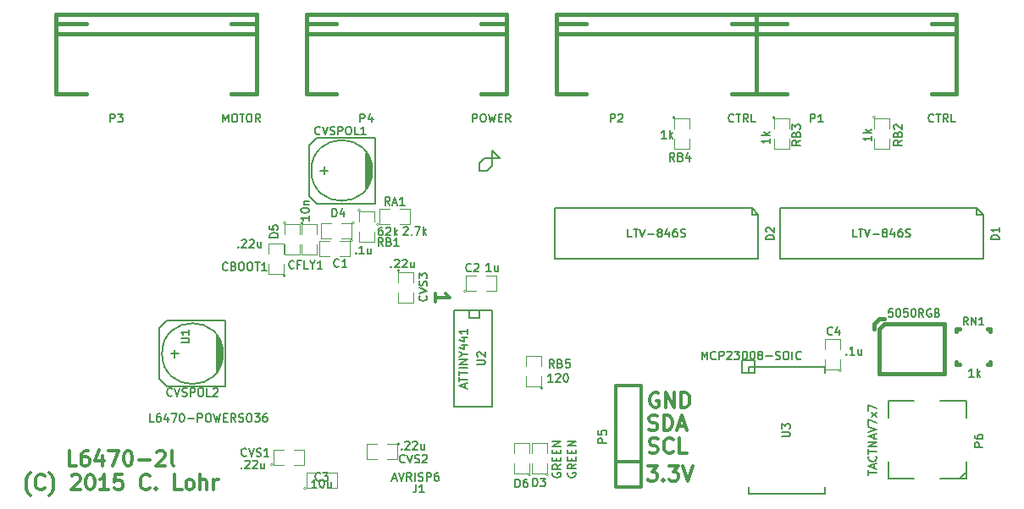
<source format=gto>
G04 (created by PCBNEW (2013-jul-07)-stable) date Sat 26 Sep 2015 04:42:44 AM EDT*
%MOIN*%
G04 Gerber Fmt 3.4, Leading zero omitted, Abs format*
%FSLAX34Y34*%
G01*
G70*
G90*
G04 APERTURE LIST*
%ADD10C,0.00590551*%
%ADD11C,0.011811*%
%ADD12C,0.00787402*%
%ADD13C,0.0039*%
%ADD14C,0.005*%
%ADD15C,0.008*%
%ADD16C,0.015*%
%ADD17C,0.012*%
%ADD18C,0.0065*%
%ADD19C,0.006*%
%ADD20C,0.007*%
G04 APERTURE END LIST*
G54D10*
G54D11*
X44928Y-53448D02*
X45293Y-53448D01*
X45096Y-53673D01*
X45181Y-53673D01*
X45237Y-53701D01*
X45265Y-53729D01*
X45293Y-53785D01*
X45293Y-53926D01*
X45265Y-53982D01*
X45237Y-54010D01*
X45181Y-54039D01*
X45012Y-54039D01*
X44956Y-54010D01*
X44928Y-53982D01*
X45546Y-53982D02*
X45575Y-54010D01*
X45546Y-54039D01*
X45518Y-54010D01*
X45546Y-53982D01*
X45546Y-54039D01*
X45771Y-53448D02*
X46137Y-53448D01*
X45940Y-53673D01*
X46024Y-53673D01*
X46081Y-53701D01*
X46109Y-53729D01*
X46137Y-53785D01*
X46137Y-53926D01*
X46109Y-53982D01*
X46081Y-54010D01*
X46024Y-54039D01*
X45856Y-54039D01*
X45800Y-54010D01*
X45771Y-53982D01*
X46306Y-53448D02*
X46503Y-54039D01*
X46699Y-53448D01*
X44996Y-52910D02*
X45081Y-52939D01*
X45221Y-52939D01*
X45278Y-52910D01*
X45306Y-52882D01*
X45334Y-52826D01*
X45334Y-52770D01*
X45306Y-52714D01*
X45278Y-52685D01*
X45221Y-52657D01*
X45109Y-52629D01*
X45053Y-52601D01*
X45025Y-52573D01*
X44996Y-52517D01*
X44996Y-52460D01*
X45025Y-52404D01*
X45053Y-52376D01*
X45109Y-52348D01*
X45250Y-52348D01*
X45334Y-52376D01*
X45924Y-52882D02*
X45896Y-52910D01*
X45812Y-52939D01*
X45756Y-52939D01*
X45671Y-52910D01*
X45615Y-52854D01*
X45587Y-52798D01*
X45559Y-52685D01*
X45559Y-52601D01*
X45587Y-52489D01*
X45615Y-52432D01*
X45671Y-52376D01*
X45756Y-52348D01*
X45812Y-52348D01*
X45896Y-52376D01*
X45924Y-52404D01*
X46459Y-52939D02*
X46178Y-52939D01*
X46178Y-52348D01*
X44982Y-52010D02*
X45067Y-52039D01*
X45207Y-52039D01*
X45264Y-52010D01*
X45292Y-51982D01*
X45320Y-51926D01*
X45320Y-51870D01*
X45292Y-51814D01*
X45264Y-51785D01*
X45207Y-51757D01*
X45095Y-51729D01*
X45039Y-51701D01*
X45011Y-51673D01*
X44982Y-51617D01*
X44982Y-51560D01*
X45011Y-51504D01*
X45039Y-51476D01*
X45095Y-51448D01*
X45235Y-51448D01*
X45320Y-51476D01*
X45573Y-52039D02*
X45573Y-51448D01*
X45714Y-51448D01*
X45798Y-51476D01*
X45854Y-51532D01*
X45882Y-51589D01*
X45910Y-51701D01*
X45910Y-51785D01*
X45882Y-51898D01*
X45854Y-51954D01*
X45798Y-52010D01*
X45714Y-52039D01*
X45573Y-52039D01*
X46135Y-51870D02*
X46417Y-51870D01*
X46079Y-52039D02*
X46276Y-51448D01*
X46473Y-52039D01*
X45350Y-50576D02*
X45293Y-50548D01*
X45209Y-50548D01*
X45125Y-50576D01*
X45068Y-50632D01*
X45040Y-50689D01*
X45012Y-50801D01*
X45012Y-50885D01*
X45040Y-50998D01*
X45068Y-51054D01*
X45125Y-51110D01*
X45209Y-51139D01*
X45265Y-51139D01*
X45350Y-51110D01*
X45378Y-51082D01*
X45378Y-50885D01*
X45265Y-50885D01*
X45631Y-51139D02*
X45631Y-50548D01*
X45968Y-51139D01*
X45968Y-50548D01*
X46249Y-51139D02*
X46249Y-50548D01*
X46390Y-50548D01*
X46474Y-50576D01*
X46531Y-50632D01*
X46559Y-50689D01*
X46587Y-50801D01*
X46587Y-50885D01*
X46559Y-50998D01*
X46531Y-51054D01*
X46474Y-51110D01*
X46390Y-51139D01*
X46249Y-51139D01*
X36560Y-46968D02*
X36560Y-46631D01*
X36560Y-46800D02*
X37151Y-46800D01*
X37067Y-46743D01*
X37010Y-46687D01*
X36982Y-46631D01*
G54D12*
X38800Y-41000D02*
X39100Y-41300D01*
X38800Y-41600D02*
X38800Y-41000D01*
X38600Y-41800D02*
X38800Y-41600D01*
X38300Y-41800D02*
X38600Y-41800D01*
X38300Y-41500D02*
X38300Y-41800D01*
X38500Y-41300D02*
X38300Y-41500D01*
X39100Y-41300D02*
X38500Y-41300D01*
G54D11*
X22456Y-53439D02*
X22175Y-53439D01*
X22175Y-52848D01*
X22906Y-52848D02*
X22793Y-52848D01*
X22737Y-52876D01*
X22709Y-52904D01*
X22653Y-52989D01*
X22625Y-53101D01*
X22625Y-53326D01*
X22653Y-53382D01*
X22681Y-53410D01*
X22737Y-53439D01*
X22850Y-53439D01*
X22906Y-53410D01*
X22934Y-53382D01*
X22962Y-53326D01*
X22962Y-53185D01*
X22934Y-53129D01*
X22906Y-53101D01*
X22850Y-53073D01*
X22737Y-53073D01*
X22681Y-53101D01*
X22653Y-53129D01*
X22625Y-53185D01*
X23468Y-53045D02*
X23468Y-53439D01*
X23328Y-52820D02*
X23187Y-53242D01*
X23553Y-53242D01*
X23721Y-52848D02*
X24115Y-52848D01*
X23862Y-53439D01*
X24453Y-52848D02*
X24509Y-52848D01*
X24565Y-52876D01*
X24593Y-52904D01*
X24621Y-52960D01*
X24649Y-53073D01*
X24649Y-53214D01*
X24621Y-53326D01*
X24593Y-53382D01*
X24565Y-53410D01*
X24509Y-53439D01*
X24453Y-53439D01*
X24396Y-53410D01*
X24368Y-53382D01*
X24340Y-53326D01*
X24312Y-53214D01*
X24312Y-53073D01*
X24340Y-52960D01*
X24368Y-52904D01*
X24396Y-52876D01*
X24453Y-52848D01*
X24903Y-53214D02*
X25352Y-53214D01*
X25606Y-52904D02*
X25634Y-52876D01*
X25690Y-52848D01*
X25831Y-52848D01*
X25887Y-52876D01*
X25915Y-52904D01*
X25943Y-52960D01*
X25943Y-53017D01*
X25915Y-53101D01*
X25577Y-53439D01*
X25943Y-53439D01*
X26280Y-53439D02*
X26224Y-53410D01*
X26196Y-53354D01*
X26196Y-52848D01*
X20628Y-54608D02*
X20600Y-54580D01*
X20544Y-54496D01*
X20516Y-54440D01*
X20487Y-54355D01*
X20459Y-54215D01*
X20459Y-54102D01*
X20487Y-53962D01*
X20516Y-53877D01*
X20544Y-53821D01*
X20600Y-53737D01*
X20628Y-53708D01*
X21191Y-54327D02*
X21162Y-54355D01*
X21078Y-54383D01*
X21022Y-54383D01*
X20937Y-54355D01*
X20881Y-54299D01*
X20853Y-54243D01*
X20825Y-54130D01*
X20825Y-54046D01*
X20853Y-53933D01*
X20881Y-53877D01*
X20937Y-53821D01*
X21022Y-53793D01*
X21078Y-53793D01*
X21162Y-53821D01*
X21191Y-53849D01*
X21387Y-54608D02*
X21415Y-54580D01*
X21472Y-54496D01*
X21500Y-54440D01*
X21528Y-54355D01*
X21556Y-54215D01*
X21556Y-54102D01*
X21528Y-53962D01*
X21500Y-53877D01*
X21472Y-53821D01*
X21415Y-53737D01*
X21387Y-53708D01*
X22259Y-53849D02*
X22287Y-53821D01*
X22343Y-53793D01*
X22484Y-53793D01*
X22540Y-53821D01*
X22568Y-53849D01*
X22597Y-53905D01*
X22597Y-53962D01*
X22568Y-54046D01*
X22231Y-54383D01*
X22597Y-54383D01*
X22962Y-53793D02*
X23018Y-53793D01*
X23075Y-53821D01*
X23103Y-53849D01*
X23131Y-53905D01*
X23159Y-54018D01*
X23159Y-54158D01*
X23131Y-54271D01*
X23103Y-54327D01*
X23075Y-54355D01*
X23018Y-54383D01*
X22962Y-54383D01*
X22906Y-54355D01*
X22878Y-54327D01*
X22850Y-54271D01*
X22822Y-54158D01*
X22822Y-54018D01*
X22850Y-53905D01*
X22878Y-53849D01*
X22906Y-53821D01*
X22962Y-53793D01*
X23721Y-54383D02*
X23384Y-54383D01*
X23553Y-54383D02*
X23553Y-53793D01*
X23496Y-53877D01*
X23440Y-53933D01*
X23384Y-53962D01*
X24256Y-53793D02*
X23975Y-53793D01*
X23946Y-54074D01*
X23975Y-54046D01*
X24031Y-54018D01*
X24171Y-54018D01*
X24228Y-54046D01*
X24256Y-54074D01*
X24284Y-54130D01*
X24284Y-54271D01*
X24256Y-54327D01*
X24228Y-54355D01*
X24171Y-54383D01*
X24031Y-54383D01*
X23975Y-54355D01*
X23946Y-54327D01*
X25324Y-54327D02*
X25296Y-54355D01*
X25212Y-54383D01*
X25156Y-54383D01*
X25071Y-54355D01*
X25015Y-54299D01*
X24987Y-54243D01*
X24959Y-54130D01*
X24959Y-54046D01*
X24987Y-53933D01*
X25015Y-53877D01*
X25071Y-53821D01*
X25156Y-53793D01*
X25212Y-53793D01*
X25296Y-53821D01*
X25324Y-53849D01*
X25577Y-54327D02*
X25606Y-54355D01*
X25577Y-54383D01*
X25549Y-54355D01*
X25577Y-54327D01*
X25577Y-54383D01*
X26590Y-54383D02*
X26309Y-54383D01*
X26309Y-53793D01*
X26871Y-54383D02*
X26815Y-54355D01*
X26787Y-54327D01*
X26759Y-54271D01*
X26759Y-54102D01*
X26787Y-54046D01*
X26815Y-54018D01*
X26871Y-53990D01*
X26955Y-53990D01*
X27012Y-54018D01*
X27040Y-54046D01*
X27068Y-54102D01*
X27068Y-54271D01*
X27040Y-54327D01*
X27012Y-54355D01*
X26955Y-54383D01*
X26871Y-54383D01*
X27321Y-54383D02*
X27321Y-53793D01*
X27574Y-54383D02*
X27574Y-54074D01*
X27546Y-54018D01*
X27490Y-53990D01*
X27405Y-53990D01*
X27349Y-54018D01*
X27321Y-54046D01*
X27855Y-54383D02*
X27855Y-53990D01*
X27855Y-54102D02*
X27883Y-54046D01*
X27912Y-54018D01*
X27968Y-53990D01*
X28024Y-53990D01*
G54D13*
X40310Y-53795D02*
G75*
G03X40310Y-53795I-50J0D01*
G74*
G01*
X40260Y-53345D02*
X40260Y-53745D01*
X40260Y-53745D02*
X39660Y-53745D01*
X39660Y-53745D02*
X39660Y-53345D01*
X39660Y-52945D02*
X39660Y-52545D01*
X39660Y-52545D02*
X40260Y-52545D01*
X40260Y-52545D02*
X40260Y-52945D01*
X30680Y-43860D02*
G75*
G03X30680Y-43860I-50J0D01*
G74*
G01*
X30630Y-44310D02*
X30630Y-43910D01*
X30630Y-43910D02*
X31230Y-43910D01*
X31230Y-43910D02*
X31230Y-44310D01*
X31230Y-44710D02*
X31230Y-45110D01*
X31230Y-45110D02*
X30630Y-45110D01*
X30630Y-45110D02*
X30630Y-44710D01*
X33320Y-44570D02*
G75*
G03X33320Y-44570I-50J0D01*
G74*
G01*
X32820Y-44570D02*
X33220Y-44570D01*
X33220Y-44570D02*
X33220Y-45170D01*
X33220Y-45170D02*
X32820Y-45170D01*
X32420Y-45170D02*
X32020Y-45170D01*
X32020Y-45170D02*
X32020Y-44570D01*
X32020Y-44570D02*
X32420Y-44570D01*
X37785Y-46559D02*
G75*
G03X37785Y-46559I-50J0D01*
G74*
G01*
X38185Y-46559D02*
X37785Y-46559D01*
X37785Y-46559D02*
X37785Y-45959D01*
X37785Y-45959D02*
X38185Y-45959D01*
X38585Y-45959D02*
X38985Y-45959D01*
X38985Y-45959D02*
X38985Y-46559D01*
X38985Y-46559D02*
X38585Y-46559D01*
X31502Y-54327D02*
G75*
G03X31502Y-54327I-50J0D01*
G74*
G01*
X31902Y-54327D02*
X31502Y-54327D01*
X31502Y-54327D02*
X31502Y-53727D01*
X31502Y-53727D02*
X31902Y-53727D01*
X32302Y-53727D02*
X32702Y-53727D01*
X32702Y-53727D02*
X32702Y-54327D01*
X32702Y-54327D02*
X32302Y-54327D01*
X33385Y-43870D02*
G75*
G03X33385Y-43870I-50J0D01*
G74*
G01*
X32885Y-43870D02*
X33285Y-43870D01*
X33285Y-43870D02*
X33285Y-44470D01*
X33285Y-44470D02*
X32885Y-44470D01*
X32485Y-44470D02*
X32085Y-44470D01*
X32085Y-44470D02*
X32085Y-43870D01*
X32085Y-43870D02*
X32485Y-43870D01*
G54D14*
X34040Y-42100D02*
X34040Y-41500D01*
X33990Y-41350D02*
X33990Y-42250D01*
X33940Y-42350D02*
X33940Y-41250D01*
X33890Y-41150D02*
X33890Y-42450D01*
X33840Y-42500D02*
X33840Y-41100D01*
X34090Y-41800D02*
G75*
G03X34090Y-41800I-1200J0D01*
G74*
G01*
X34190Y-43100D02*
X34190Y-40500D01*
X34190Y-40500D02*
X31890Y-40500D01*
X31890Y-40500D02*
X31590Y-40800D01*
X31590Y-40800D02*
X31590Y-42800D01*
X31590Y-42800D02*
X31890Y-43100D01*
X31890Y-43100D02*
X34190Y-43100D01*
X32040Y-41800D02*
X32340Y-41800D01*
X32190Y-41950D02*
X32190Y-41650D01*
X28165Y-49319D02*
X28165Y-48719D01*
X28115Y-48569D02*
X28115Y-49469D01*
X28065Y-49569D02*
X28065Y-48469D01*
X28015Y-48369D02*
X28015Y-49669D01*
X27965Y-49719D02*
X27965Y-48319D01*
X28215Y-49019D02*
G75*
G03X28215Y-49019I-1200J0D01*
G74*
G01*
X28315Y-50319D02*
X28315Y-47719D01*
X28315Y-47719D02*
X26015Y-47719D01*
X26015Y-47719D02*
X25715Y-48019D01*
X25715Y-48019D02*
X25715Y-50019D01*
X25715Y-50019D02*
X26015Y-50319D01*
X26015Y-50319D02*
X28315Y-50319D01*
X26165Y-49019D02*
X26465Y-49019D01*
X26315Y-49169D02*
X26315Y-48869D01*
G54D15*
X38799Y-47312D02*
X38799Y-51112D01*
X38799Y-51112D02*
X37299Y-51112D01*
X37299Y-51112D02*
X37299Y-47312D01*
X37299Y-47312D02*
X38799Y-47312D01*
X38299Y-47312D02*
X38299Y-47612D01*
X38299Y-47612D02*
X37899Y-47612D01*
X37899Y-47612D02*
X37899Y-47312D01*
G54D13*
X34360Y-43925D02*
G75*
G03X34360Y-43925I-50J0D01*
G74*
G01*
X34760Y-43925D02*
X34360Y-43925D01*
X34360Y-43925D02*
X34360Y-43325D01*
X34360Y-43325D02*
X34760Y-43325D01*
X35160Y-43325D02*
X35560Y-43325D01*
X35560Y-43325D02*
X35560Y-43925D01*
X35560Y-43925D02*
X35160Y-43925D01*
X33615Y-43365D02*
G75*
G03X33615Y-43365I-50J0D01*
G74*
G01*
X33565Y-43815D02*
X33565Y-43415D01*
X33565Y-43415D02*
X34165Y-43415D01*
X34165Y-43415D02*
X34165Y-43815D01*
X34165Y-44215D02*
X34165Y-44615D01*
X34165Y-44615D02*
X33565Y-44615D01*
X33565Y-44615D02*
X33565Y-44215D01*
X30195Y-53400D02*
G75*
G03X30195Y-53400I-50J0D01*
G74*
G01*
X30595Y-53400D02*
X30195Y-53400D01*
X30195Y-53400D02*
X30195Y-52800D01*
X30195Y-52800D02*
X30595Y-52800D01*
X30995Y-52800D02*
X31395Y-52800D01*
X31395Y-52800D02*
X31395Y-53400D01*
X31395Y-53400D02*
X30995Y-53400D01*
X35170Y-52565D02*
G75*
G03X35170Y-52565I-50J0D01*
G74*
G01*
X34670Y-52565D02*
X35070Y-52565D01*
X35070Y-52565D02*
X35070Y-53165D01*
X35070Y-53165D02*
X34670Y-53165D01*
X34270Y-53165D02*
X33870Y-53165D01*
X33870Y-53165D02*
X33870Y-52565D01*
X33870Y-52565D02*
X34270Y-52565D01*
X53883Y-39704D02*
G75*
G03X53883Y-39704I-50J0D01*
G74*
G01*
X53833Y-40154D02*
X53833Y-39754D01*
X53833Y-39754D02*
X54433Y-39754D01*
X54433Y-39754D02*
X54433Y-40154D01*
X54433Y-40554D02*
X54433Y-40954D01*
X54433Y-40954D02*
X53833Y-40954D01*
X53833Y-40954D02*
X53833Y-40554D01*
X49946Y-39704D02*
G75*
G03X49946Y-39704I-50J0D01*
G74*
G01*
X49896Y-40154D02*
X49896Y-39754D01*
X49896Y-39754D02*
X50496Y-39754D01*
X50496Y-39754D02*
X50496Y-40154D01*
X50496Y-40554D02*
X50496Y-40954D01*
X50496Y-40954D02*
X49896Y-40954D01*
X49896Y-40954D02*
X49896Y-40554D01*
X46009Y-39704D02*
G75*
G03X46009Y-39704I-50J0D01*
G74*
G01*
X45959Y-40154D02*
X45959Y-39754D01*
X45959Y-39754D02*
X46559Y-39754D01*
X46559Y-39754D02*
X46559Y-40154D01*
X46559Y-40554D02*
X46559Y-40954D01*
X46559Y-40954D02*
X45959Y-40954D01*
X45959Y-40954D02*
X45959Y-40554D01*
X40806Y-50374D02*
G75*
G03X40806Y-50374I-50J0D01*
G74*
G01*
X40756Y-49924D02*
X40756Y-50324D01*
X40756Y-50324D02*
X40156Y-50324D01*
X40156Y-50324D02*
X40156Y-49924D01*
X40156Y-49524D02*
X40156Y-49124D01*
X40156Y-49124D02*
X40756Y-49124D01*
X40756Y-49124D02*
X40756Y-49524D01*
G54D16*
X49212Y-38779D02*
X49212Y-35629D01*
X41338Y-38779D02*
X41338Y-35629D01*
X41338Y-35629D02*
X49212Y-35629D01*
X49212Y-36417D02*
X41338Y-36417D01*
X42519Y-38779D02*
X41338Y-38779D01*
X41338Y-36023D02*
X42519Y-36023D01*
X48228Y-38779D02*
X49212Y-38779D01*
X49212Y-36023D02*
X48228Y-36023D01*
X57086Y-38779D02*
X57086Y-35629D01*
X49212Y-38779D02*
X49212Y-35629D01*
X49212Y-35629D02*
X57086Y-35629D01*
X57086Y-36417D02*
X49212Y-36417D01*
X50393Y-38779D02*
X49212Y-38779D01*
X49212Y-36023D02*
X50393Y-36023D01*
X56102Y-38779D02*
X57086Y-38779D01*
X57086Y-36023D02*
X56102Y-36023D01*
X39370Y-38779D02*
X39370Y-35629D01*
X31496Y-38779D02*
X31496Y-35629D01*
X31496Y-35629D02*
X39370Y-35629D01*
X39370Y-36417D02*
X31496Y-36417D01*
X32677Y-38779D02*
X31496Y-38779D01*
X31496Y-36023D02*
X32677Y-36023D01*
X38385Y-38779D02*
X39370Y-38779D01*
X39370Y-36023D02*
X38385Y-36023D01*
X29527Y-38779D02*
X29527Y-35629D01*
X21653Y-38779D02*
X21653Y-35629D01*
X21653Y-35629D02*
X29527Y-35629D01*
X29527Y-36417D02*
X21653Y-36417D01*
X22834Y-38779D02*
X21653Y-38779D01*
X21653Y-36023D02*
X22834Y-36023D01*
X28543Y-38779D02*
X29527Y-38779D01*
X29527Y-36023D02*
X28543Y-36023D01*
G54D10*
X50133Y-45291D02*
X50133Y-43291D01*
X50133Y-43291D02*
X56133Y-43291D01*
X56133Y-45291D02*
X50133Y-45291D01*
X57883Y-43541D02*
X58133Y-43541D01*
X58133Y-43541D02*
X57883Y-43541D01*
X57883Y-43541D02*
X57883Y-43291D01*
X57883Y-43291D02*
X57883Y-43541D01*
X57883Y-43291D02*
X58133Y-43541D01*
X58133Y-43541D02*
X58133Y-45291D01*
X58133Y-45291D02*
X56133Y-45291D01*
X56133Y-43291D02*
X57883Y-43291D01*
X41275Y-45291D02*
X41275Y-43291D01*
X41275Y-43291D02*
X47275Y-43291D01*
X47275Y-45291D02*
X41275Y-45291D01*
X49025Y-43541D02*
X49275Y-43541D01*
X49275Y-43541D02*
X49025Y-43541D01*
X49025Y-43541D02*
X49025Y-43291D01*
X49025Y-43291D02*
X49025Y-43541D01*
X49025Y-43291D02*
X49275Y-43541D01*
X49275Y-43541D02*
X49275Y-45291D01*
X49275Y-45291D02*
X47275Y-45291D01*
X47275Y-43291D02*
X49025Y-43291D01*
G54D13*
X31370Y-43865D02*
G75*
G03X31370Y-43865I-50J0D01*
G74*
G01*
X31320Y-44315D02*
X31320Y-43915D01*
X31320Y-43915D02*
X31920Y-43915D01*
X31920Y-43915D02*
X31920Y-44315D01*
X31920Y-44715D02*
X31920Y-45115D01*
X31920Y-45115D02*
X31320Y-45115D01*
X31320Y-45115D02*
X31320Y-44715D01*
X30670Y-45940D02*
G75*
G03X30670Y-45940I-50J0D01*
G74*
G01*
X30620Y-45490D02*
X30620Y-45890D01*
X30620Y-45890D02*
X30020Y-45890D01*
X30020Y-45890D02*
X30020Y-45490D01*
X30020Y-45090D02*
X30020Y-44690D01*
X30020Y-44690D02*
X30620Y-44690D01*
X30620Y-44690D02*
X30620Y-45090D01*
X35171Y-45747D02*
G75*
G03X35171Y-45747I-50J0D01*
G74*
G01*
X35121Y-46197D02*
X35121Y-45797D01*
X35121Y-45797D02*
X35721Y-45797D01*
X35721Y-45797D02*
X35721Y-46197D01*
X35721Y-46597D02*
X35721Y-46997D01*
X35721Y-46997D02*
X35121Y-46997D01*
X35121Y-46997D02*
X35121Y-46597D01*
X41015Y-53795D02*
G75*
G03X41015Y-53795I-50J0D01*
G74*
G01*
X40965Y-53345D02*
X40965Y-53745D01*
X40965Y-53745D02*
X40365Y-53745D01*
X40365Y-53745D02*
X40365Y-53345D01*
X40365Y-52945D02*
X40365Y-52545D01*
X40365Y-52545D02*
X40965Y-52545D01*
X40965Y-52545D02*
X40965Y-52945D01*
G54D17*
X43677Y-54295D02*
X43677Y-54295D01*
X44677Y-54295D02*
X43677Y-54295D01*
X43677Y-54295D02*
X43677Y-54295D01*
X43677Y-54295D02*
X43677Y-50295D01*
X43677Y-50295D02*
X44677Y-50295D01*
X44677Y-50295D02*
X44677Y-54295D01*
X44677Y-53295D02*
X43677Y-53295D01*
G54D10*
X49151Y-49793D02*
X49151Y-49543D01*
X49151Y-49543D02*
X49151Y-49793D01*
X49151Y-49793D02*
X48901Y-49793D01*
X48901Y-49793D02*
X48651Y-49793D01*
X48651Y-49793D02*
X48651Y-49293D01*
X48651Y-49293D02*
X49151Y-49293D01*
X49151Y-49293D02*
X49151Y-49543D01*
X48901Y-54293D02*
X48901Y-54543D01*
X48901Y-54543D02*
X51901Y-54543D01*
X51901Y-54543D02*
X51901Y-54293D01*
X48901Y-49543D02*
X48901Y-49793D01*
X48901Y-49543D02*
X51901Y-49543D01*
X51901Y-49543D02*
X51901Y-49793D01*
G54D13*
X52554Y-49689D02*
G75*
G03X52554Y-49689I-50J0D01*
G74*
G01*
X52504Y-49239D02*
X52504Y-49639D01*
X52504Y-49639D02*
X51904Y-49639D01*
X51904Y-49639D02*
X51904Y-49239D01*
X51904Y-48839D02*
X51904Y-48439D01*
X51904Y-48439D02*
X52504Y-48439D01*
X52504Y-48439D02*
X52504Y-48839D01*
G54D10*
X57431Y-53724D02*
X57234Y-53921D01*
X56446Y-50889D02*
X57470Y-50889D01*
X57470Y-50889D02*
X57470Y-51558D01*
X54399Y-51558D02*
X54399Y-50889D01*
X54399Y-50889D02*
X55423Y-50889D01*
X55423Y-53960D02*
X54399Y-53960D01*
X54399Y-53960D02*
X54399Y-53291D01*
X57470Y-53291D02*
X57470Y-53960D01*
X57470Y-53960D02*
X56446Y-53960D01*
G54D16*
X58301Y-48041D02*
X58419Y-48041D01*
X58419Y-48041D02*
X58419Y-48159D01*
X57198Y-49458D02*
X57080Y-49458D01*
X57080Y-49458D02*
X57080Y-49340D01*
X57080Y-48159D02*
X57080Y-48041D01*
X57080Y-48041D02*
X57198Y-48041D01*
X58301Y-49458D02*
X58419Y-49458D01*
X58419Y-49458D02*
X58419Y-49340D01*
X53834Y-48033D02*
X53834Y-47836D01*
X53834Y-47836D02*
X54030Y-47639D01*
X54030Y-47639D02*
X54227Y-47639D01*
X54030Y-48033D02*
X54227Y-47836D01*
X54227Y-47836D02*
X56590Y-47836D01*
X56590Y-47836D02*
X56590Y-49804D01*
X56590Y-49804D02*
X54030Y-49804D01*
X54030Y-49804D02*
X54030Y-48033D01*
G54D18*
X26559Y-48593D02*
X26818Y-48593D01*
X26849Y-48578D01*
X26864Y-48563D01*
X26879Y-48532D01*
X26879Y-48471D01*
X26864Y-48441D01*
X26849Y-48426D01*
X26818Y-48410D01*
X26559Y-48410D01*
X26879Y-48090D02*
X26879Y-48273D01*
X26879Y-48182D02*
X26559Y-48182D01*
X26605Y-48212D01*
X26635Y-48243D01*
X26650Y-48273D01*
X25501Y-51709D02*
X25349Y-51709D01*
X25349Y-51389D01*
X25745Y-51389D02*
X25684Y-51389D01*
X25653Y-51404D01*
X25638Y-51420D01*
X25608Y-51465D01*
X25592Y-51526D01*
X25592Y-51648D01*
X25608Y-51679D01*
X25623Y-51694D01*
X25653Y-51709D01*
X25714Y-51709D01*
X25745Y-51694D01*
X25760Y-51679D01*
X25775Y-51648D01*
X25775Y-51572D01*
X25760Y-51541D01*
X25745Y-51526D01*
X25714Y-51511D01*
X25653Y-51511D01*
X25623Y-51526D01*
X25608Y-51541D01*
X25592Y-51572D01*
X26050Y-51496D02*
X26050Y-51709D01*
X25973Y-51374D02*
X25897Y-51602D01*
X26095Y-51602D01*
X26187Y-51389D02*
X26400Y-51389D01*
X26263Y-51709D01*
X26583Y-51389D02*
X26613Y-51389D01*
X26644Y-51404D01*
X26659Y-51420D01*
X26674Y-51450D01*
X26690Y-51511D01*
X26690Y-51587D01*
X26674Y-51648D01*
X26659Y-51679D01*
X26644Y-51694D01*
X26613Y-51709D01*
X26583Y-51709D01*
X26552Y-51694D01*
X26537Y-51679D01*
X26522Y-51648D01*
X26507Y-51587D01*
X26507Y-51511D01*
X26522Y-51450D01*
X26537Y-51420D01*
X26552Y-51404D01*
X26583Y-51389D01*
X26827Y-51587D02*
X27070Y-51587D01*
X27223Y-51709D02*
X27223Y-51389D01*
X27345Y-51389D01*
X27375Y-51404D01*
X27390Y-51420D01*
X27406Y-51450D01*
X27406Y-51496D01*
X27390Y-51526D01*
X27375Y-51541D01*
X27345Y-51557D01*
X27223Y-51557D01*
X27604Y-51389D02*
X27665Y-51389D01*
X27695Y-51404D01*
X27726Y-51435D01*
X27741Y-51496D01*
X27741Y-51602D01*
X27726Y-51663D01*
X27695Y-51694D01*
X27665Y-51709D01*
X27604Y-51709D01*
X27573Y-51694D01*
X27543Y-51663D01*
X27528Y-51602D01*
X27528Y-51496D01*
X27543Y-51435D01*
X27573Y-51404D01*
X27604Y-51389D01*
X27848Y-51389D02*
X27924Y-51709D01*
X27985Y-51480D01*
X28046Y-51709D01*
X28122Y-51389D01*
X28244Y-51541D02*
X28350Y-51541D01*
X28396Y-51709D02*
X28244Y-51709D01*
X28244Y-51389D01*
X28396Y-51389D01*
X28716Y-51709D02*
X28610Y-51557D01*
X28533Y-51709D02*
X28533Y-51389D01*
X28655Y-51389D01*
X28686Y-51404D01*
X28701Y-51420D01*
X28716Y-51450D01*
X28716Y-51496D01*
X28701Y-51526D01*
X28686Y-51541D01*
X28655Y-51557D01*
X28533Y-51557D01*
X28838Y-51694D02*
X28884Y-51709D01*
X28960Y-51709D01*
X28990Y-51694D01*
X29006Y-51679D01*
X29021Y-51648D01*
X29021Y-51618D01*
X29006Y-51587D01*
X28990Y-51572D01*
X28960Y-51557D01*
X28899Y-51541D01*
X28869Y-51526D01*
X28853Y-51511D01*
X28838Y-51480D01*
X28838Y-51450D01*
X28853Y-51420D01*
X28869Y-51404D01*
X28899Y-51389D01*
X28975Y-51389D01*
X29021Y-51404D01*
X29219Y-51389D02*
X29280Y-51389D01*
X29310Y-51404D01*
X29341Y-51435D01*
X29356Y-51496D01*
X29356Y-51602D01*
X29341Y-51663D01*
X29310Y-51694D01*
X29280Y-51709D01*
X29219Y-51709D01*
X29189Y-51694D01*
X29158Y-51663D01*
X29143Y-51602D01*
X29143Y-51496D01*
X29158Y-51435D01*
X29189Y-51404D01*
X29219Y-51389D01*
X29463Y-51389D02*
X29661Y-51389D01*
X29554Y-51511D01*
X29600Y-51511D01*
X29630Y-51526D01*
X29646Y-51541D01*
X29661Y-51572D01*
X29661Y-51648D01*
X29646Y-51679D01*
X29630Y-51694D01*
X29600Y-51709D01*
X29509Y-51709D01*
X29478Y-51694D01*
X29463Y-51679D01*
X29935Y-51389D02*
X29874Y-51389D01*
X29844Y-51404D01*
X29829Y-51420D01*
X29798Y-51465D01*
X29783Y-51526D01*
X29783Y-51648D01*
X29798Y-51679D01*
X29813Y-51694D01*
X29844Y-51709D01*
X29905Y-51709D01*
X29935Y-51694D01*
X29950Y-51679D01*
X29966Y-51648D01*
X29966Y-51572D01*
X29950Y-51541D01*
X29935Y-51526D01*
X29905Y-51511D01*
X29844Y-51511D01*
X29813Y-51526D01*
X29798Y-51541D01*
X29783Y-51572D01*
X39723Y-54287D02*
X39723Y-53967D01*
X39800Y-53967D01*
X39845Y-53982D01*
X39876Y-54013D01*
X39891Y-54043D01*
X39906Y-54104D01*
X39906Y-54150D01*
X39891Y-54211D01*
X39876Y-54241D01*
X39845Y-54272D01*
X39800Y-54287D01*
X39723Y-54287D01*
X40180Y-53967D02*
X40120Y-53967D01*
X40089Y-53982D01*
X40074Y-53998D01*
X40043Y-54043D01*
X40028Y-54104D01*
X40028Y-54226D01*
X40043Y-54257D01*
X40059Y-54272D01*
X40089Y-54287D01*
X40150Y-54287D01*
X40180Y-54272D01*
X40196Y-54257D01*
X40211Y-54226D01*
X40211Y-54150D01*
X40196Y-54119D01*
X40180Y-54104D01*
X40150Y-54089D01*
X40089Y-54089D01*
X40059Y-54104D01*
X40043Y-54119D01*
X40028Y-54150D01*
X41794Y-53713D02*
X41779Y-53743D01*
X41779Y-53789D01*
X41794Y-53835D01*
X41825Y-53865D01*
X41855Y-53880D01*
X41916Y-53896D01*
X41962Y-53896D01*
X42023Y-53880D01*
X42053Y-53865D01*
X42084Y-53835D01*
X42099Y-53789D01*
X42099Y-53759D01*
X42084Y-53713D01*
X42069Y-53698D01*
X41962Y-53698D01*
X41962Y-53759D01*
X42099Y-53378D02*
X41947Y-53484D01*
X42099Y-53560D02*
X41779Y-53560D01*
X41779Y-53439D01*
X41794Y-53408D01*
X41810Y-53393D01*
X41840Y-53378D01*
X41886Y-53378D01*
X41916Y-53393D01*
X41931Y-53408D01*
X41947Y-53439D01*
X41947Y-53560D01*
X41931Y-53240D02*
X41931Y-53134D01*
X42099Y-53088D02*
X42099Y-53240D01*
X41779Y-53240D01*
X41779Y-53088D01*
X41931Y-52951D02*
X41931Y-52844D01*
X42099Y-52799D02*
X42099Y-52951D01*
X41779Y-52951D01*
X41779Y-52799D01*
X42099Y-52661D02*
X41779Y-52661D01*
X42099Y-52479D01*
X41779Y-52479D01*
X30376Y-44441D02*
X30056Y-44441D01*
X30056Y-44364D01*
X30071Y-44319D01*
X30102Y-44288D01*
X30132Y-44273D01*
X30193Y-44258D01*
X30239Y-44258D01*
X30300Y-44273D01*
X30330Y-44288D01*
X30361Y-44319D01*
X30376Y-44364D01*
X30376Y-44441D01*
X30056Y-43968D02*
X30056Y-44121D01*
X30208Y-44136D01*
X30193Y-44121D01*
X30178Y-44090D01*
X30178Y-44014D01*
X30193Y-43984D01*
X30208Y-43968D01*
X30239Y-43953D01*
X30315Y-43953D01*
X30346Y-43968D01*
X30361Y-43984D01*
X30376Y-44014D01*
X30376Y-44090D01*
X30361Y-44121D01*
X30346Y-44136D01*
X32776Y-45578D02*
X32761Y-45593D01*
X32715Y-45608D01*
X32685Y-45608D01*
X32639Y-45593D01*
X32609Y-45562D01*
X32593Y-45532D01*
X32578Y-45471D01*
X32578Y-45425D01*
X32593Y-45364D01*
X32609Y-45334D01*
X32639Y-45303D01*
X32685Y-45288D01*
X32715Y-45288D01*
X32761Y-45303D01*
X32776Y-45319D01*
X33081Y-45608D02*
X32898Y-45608D01*
X32990Y-45608D02*
X32990Y-45288D01*
X32959Y-45334D01*
X32929Y-45364D01*
X32898Y-45379D01*
X33449Y-45060D02*
X33465Y-45075D01*
X33449Y-45090D01*
X33434Y-45075D01*
X33449Y-45060D01*
X33449Y-45090D01*
X33769Y-45090D02*
X33587Y-45090D01*
X33678Y-45090D02*
X33678Y-44770D01*
X33647Y-44816D01*
X33617Y-44846D01*
X33587Y-44861D01*
X34044Y-44877D02*
X34044Y-45090D01*
X33907Y-44877D02*
X33907Y-45044D01*
X33922Y-45075D01*
X33952Y-45090D01*
X33998Y-45090D01*
X34028Y-45075D01*
X34044Y-45060D01*
X37982Y-45753D02*
X37967Y-45768D01*
X37921Y-45783D01*
X37891Y-45783D01*
X37845Y-45768D01*
X37815Y-45737D01*
X37799Y-45707D01*
X37784Y-45646D01*
X37784Y-45600D01*
X37799Y-45539D01*
X37815Y-45509D01*
X37845Y-45478D01*
X37891Y-45463D01*
X37921Y-45463D01*
X37967Y-45478D01*
X37982Y-45494D01*
X38104Y-45494D02*
X38119Y-45478D01*
X38150Y-45463D01*
X38226Y-45463D01*
X38256Y-45478D01*
X38272Y-45494D01*
X38287Y-45524D01*
X38287Y-45554D01*
X38272Y-45600D01*
X38089Y-45783D01*
X38287Y-45783D01*
X38768Y-45768D02*
X38585Y-45768D01*
X38677Y-45768D02*
X38677Y-45448D01*
X38646Y-45494D01*
X38616Y-45524D01*
X38585Y-45539D01*
X39042Y-45555D02*
X39042Y-45768D01*
X38905Y-45555D02*
X38905Y-45722D01*
X38921Y-45753D01*
X38951Y-45768D01*
X38997Y-45768D01*
X39027Y-45753D01*
X39042Y-45738D01*
X32049Y-54001D02*
X32033Y-54016D01*
X31988Y-54032D01*
X31957Y-54032D01*
X31911Y-54016D01*
X31881Y-53986D01*
X31866Y-53955D01*
X31850Y-53894D01*
X31850Y-53849D01*
X31866Y-53788D01*
X31881Y-53757D01*
X31911Y-53727D01*
X31957Y-53712D01*
X31988Y-53712D01*
X32033Y-53727D01*
X32049Y-53742D01*
X32155Y-53712D02*
X32353Y-53712D01*
X32247Y-53833D01*
X32292Y-53833D01*
X32323Y-53849D01*
X32338Y-53864D01*
X32353Y-53894D01*
X32353Y-53971D01*
X32338Y-54001D01*
X32323Y-54016D01*
X32292Y-54032D01*
X32201Y-54032D01*
X32170Y-54016D01*
X32155Y-54001D01*
X31896Y-54307D02*
X31713Y-54307D01*
X31805Y-54307D02*
X31805Y-53987D01*
X31774Y-54032D01*
X31744Y-54063D01*
X31713Y-54078D01*
X32094Y-53987D02*
X32125Y-53987D01*
X32155Y-54002D01*
X32170Y-54017D01*
X32186Y-54048D01*
X32201Y-54108D01*
X32201Y-54185D01*
X32186Y-54246D01*
X32170Y-54276D01*
X32155Y-54291D01*
X32125Y-54307D01*
X32094Y-54307D01*
X32064Y-54291D01*
X32049Y-54276D01*
X32033Y-54246D01*
X32018Y-54185D01*
X32018Y-54108D01*
X32033Y-54048D01*
X32049Y-54017D01*
X32064Y-54002D01*
X32094Y-53987D01*
X32475Y-54093D02*
X32475Y-54307D01*
X32338Y-54093D02*
X32338Y-54261D01*
X32353Y-54291D01*
X32384Y-54307D01*
X32429Y-54307D01*
X32460Y-54291D01*
X32475Y-54276D01*
X32519Y-43622D02*
X32519Y-43302D01*
X32596Y-43302D01*
X32641Y-43317D01*
X32672Y-43348D01*
X32687Y-43378D01*
X32702Y-43439D01*
X32702Y-43485D01*
X32687Y-43546D01*
X32672Y-43576D01*
X32641Y-43607D01*
X32596Y-43622D01*
X32519Y-43622D01*
X32976Y-43409D02*
X32976Y-43622D01*
X32900Y-43287D02*
X32824Y-43515D01*
X33022Y-43515D01*
X32035Y-40359D02*
X32019Y-40374D01*
X31974Y-40389D01*
X31943Y-40389D01*
X31897Y-40374D01*
X31867Y-40343D01*
X31852Y-40313D01*
X31836Y-40252D01*
X31836Y-40206D01*
X31852Y-40145D01*
X31867Y-40115D01*
X31897Y-40084D01*
X31943Y-40069D01*
X31974Y-40069D01*
X32019Y-40084D01*
X32035Y-40100D01*
X32126Y-40069D02*
X32233Y-40389D01*
X32339Y-40069D01*
X32431Y-40374D02*
X32476Y-40389D01*
X32553Y-40389D01*
X32583Y-40374D01*
X32598Y-40359D01*
X32614Y-40328D01*
X32614Y-40298D01*
X32598Y-40267D01*
X32583Y-40252D01*
X32553Y-40237D01*
X32492Y-40221D01*
X32461Y-40206D01*
X32446Y-40191D01*
X32431Y-40160D01*
X32431Y-40130D01*
X32446Y-40100D01*
X32461Y-40084D01*
X32492Y-40069D01*
X32568Y-40069D01*
X32614Y-40084D01*
X32751Y-40389D02*
X32751Y-40069D01*
X32873Y-40069D01*
X32903Y-40084D01*
X32918Y-40100D01*
X32934Y-40130D01*
X32934Y-40176D01*
X32918Y-40206D01*
X32903Y-40221D01*
X32873Y-40237D01*
X32751Y-40237D01*
X33132Y-40069D02*
X33193Y-40069D01*
X33223Y-40084D01*
X33254Y-40115D01*
X33269Y-40176D01*
X33269Y-40282D01*
X33254Y-40343D01*
X33223Y-40374D01*
X33193Y-40389D01*
X33132Y-40389D01*
X33101Y-40374D01*
X33071Y-40343D01*
X33055Y-40282D01*
X33055Y-40176D01*
X33071Y-40115D01*
X33101Y-40084D01*
X33132Y-40069D01*
X33558Y-40389D02*
X33406Y-40389D01*
X33406Y-40069D01*
X33833Y-40389D02*
X33650Y-40389D01*
X33741Y-40389D02*
X33741Y-40069D01*
X33711Y-40115D01*
X33680Y-40145D01*
X33650Y-40160D01*
X26215Y-50668D02*
X26200Y-50683D01*
X26154Y-50699D01*
X26124Y-50699D01*
X26078Y-50683D01*
X26048Y-50653D01*
X26032Y-50623D01*
X26017Y-50562D01*
X26017Y-50516D01*
X26032Y-50455D01*
X26048Y-50424D01*
X26078Y-50394D01*
X26124Y-50379D01*
X26154Y-50379D01*
X26200Y-50394D01*
X26215Y-50409D01*
X26307Y-50379D02*
X26413Y-50699D01*
X26520Y-50379D01*
X26611Y-50683D02*
X26657Y-50699D01*
X26733Y-50699D01*
X26764Y-50683D01*
X26779Y-50668D01*
X26794Y-50638D01*
X26794Y-50607D01*
X26779Y-50577D01*
X26764Y-50562D01*
X26733Y-50546D01*
X26672Y-50531D01*
X26642Y-50516D01*
X26627Y-50501D01*
X26611Y-50470D01*
X26611Y-50440D01*
X26627Y-50409D01*
X26642Y-50394D01*
X26672Y-50379D01*
X26749Y-50379D01*
X26794Y-50394D01*
X26931Y-50699D02*
X26931Y-50379D01*
X27053Y-50379D01*
X27084Y-50394D01*
X27099Y-50409D01*
X27114Y-50440D01*
X27114Y-50485D01*
X27099Y-50516D01*
X27084Y-50531D01*
X27053Y-50546D01*
X26931Y-50546D01*
X27312Y-50379D02*
X27373Y-50379D01*
X27404Y-50394D01*
X27434Y-50424D01*
X27450Y-50485D01*
X27450Y-50592D01*
X27434Y-50653D01*
X27404Y-50683D01*
X27373Y-50699D01*
X27312Y-50699D01*
X27282Y-50683D01*
X27251Y-50653D01*
X27236Y-50592D01*
X27236Y-50485D01*
X27251Y-50424D01*
X27282Y-50394D01*
X27312Y-50379D01*
X27739Y-50699D02*
X27587Y-50699D01*
X27587Y-50379D01*
X27830Y-50409D02*
X27846Y-50394D01*
X27876Y-50379D01*
X27952Y-50379D01*
X27983Y-50394D01*
X27998Y-50409D01*
X28013Y-50440D01*
X28013Y-50470D01*
X27998Y-50516D01*
X27815Y-50699D01*
X28013Y-50699D01*
X38209Y-49456D02*
X38468Y-49456D01*
X38498Y-49441D01*
X38514Y-49425D01*
X38529Y-49395D01*
X38529Y-49334D01*
X38514Y-49304D01*
X38498Y-49288D01*
X38468Y-49273D01*
X38209Y-49273D01*
X38239Y-49136D02*
X38224Y-49121D01*
X38209Y-49090D01*
X38209Y-49014D01*
X38224Y-48984D01*
X38239Y-48968D01*
X38270Y-48953D01*
X38300Y-48953D01*
X38346Y-48968D01*
X38529Y-49151D01*
X38529Y-48953D01*
X37737Y-50370D02*
X37737Y-50218D01*
X37829Y-50401D02*
X37509Y-50294D01*
X37829Y-50187D01*
X37509Y-50126D02*
X37509Y-49944D01*
X37829Y-50035D02*
X37509Y-50035D01*
X37509Y-49883D02*
X37509Y-49700D01*
X37829Y-49791D02*
X37509Y-49791D01*
X37829Y-49593D02*
X37509Y-49593D01*
X37829Y-49441D02*
X37509Y-49441D01*
X37829Y-49258D01*
X37509Y-49258D01*
X37676Y-49044D02*
X37829Y-49044D01*
X37509Y-49151D02*
X37676Y-49044D01*
X37509Y-48938D01*
X37616Y-48694D02*
X37829Y-48694D01*
X37494Y-48770D02*
X37722Y-48846D01*
X37722Y-48648D01*
X37616Y-48389D02*
X37829Y-48389D01*
X37494Y-48465D02*
X37722Y-48542D01*
X37722Y-48344D01*
X37829Y-48054D02*
X37829Y-48237D01*
X37829Y-48145D02*
X37509Y-48145D01*
X37555Y-48176D01*
X37585Y-48206D01*
X37600Y-48237D01*
X35818Y-54171D02*
X35818Y-54400D01*
X35803Y-54446D01*
X35772Y-54476D01*
X35727Y-54491D01*
X35696Y-54491D01*
X36138Y-54491D02*
X35955Y-54491D01*
X36047Y-54491D02*
X36047Y-54171D01*
X36016Y-54217D01*
X35986Y-54247D01*
X35955Y-54263D01*
X34885Y-53948D02*
X35038Y-53948D01*
X34855Y-54039D02*
X34961Y-53719D01*
X35068Y-54039D01*
X35129Y-53719D02*
X35236Y-54039D01*
X35342Y-53719D01*
X35632Y-54039D02*
X35525Y-53887D01*
X35449Y-54039D02*
X35449Y-53719D01*
X35571Y-53719D01*
X35601Y-53734D01*
X35617Y-53750D01*
X35632Y-53780D01*
X35632Y-53826D01*
X35617Y-53856D01*
X35601Y-53871D01*
X35571Y-53887D01*
X35449Y-53887D01*
X35769Y-54039D02*
X35769Y-53719D01*
X35906Y-54024D02*
X35952Y-54039D01*
X36028Y-54039D01*
X36059Y-54024D01*
X36074Y-54009D01*
X36089Y-53978D01*
X36089Y-53948D01*
X36074Y-53917D01*
X36059Y-53902D01*
X36028Y-53887D01*
X35967Y-53871D01*
X35937Y-53856D01*
X35921Y-53841D01*
X35906Y-53810D01*
X35906Y-53780D01*
X35921Y-53750D01*
X35937Y-53734D01*
X35967Y-53719D01*
X36043Y-53719D01*
X36089Y-53734D01*
X36226Y-54039D02*
X36226Y-53719D01*
X36348Y-53719D01*
X36379Y-53734D01*
X36394Y-53750D01*
X36409Y-53780D01*
X36409Y-53826D01*
X36394Y-53856D01*
X36379Y-53871D01*
X36348Y-53887D01*
X36226Y-53887D01*
X36683Y-53719D02*
X36622Y-53719D01*
X36592Y-53734D01*
X36577Y-53750D01*
X36546Y-53795D01*
X36531Y-53856D01*
X36531Y-53978D01*
X36546Y-54009D01*
X36561Y-54024D01*
X36592Y-54039D01*
X36653Y-54039D01*
X36683Y-54024D01*
X36699Y-54009D01*
X36714Y-53978D01*
X36714Y-53902D01*
X36699Y-53871D01*
X36683Y-53856D01*
X36653Y-53841D01*
X36592Y-53841D01*
X36561Y-53856D01*
X36546Y-53871D01*
X36531Y-53902D01*
X34781Y-43165D02*
X34674Y-43013D01*
X34598Y-43165D02*
X34598Y-42845D01*
X34720Y-42845D01*
X34751Y-42860D01*
X34766Y-42876D01*
X34781Y-42906D01*
X34781Y-42952D01*
X34766Y-42982D01*
X34751Y-42997D01*
X34720Y-43013D01*
X34598Y-43013D01*
X34903Y-43074D02*
X35055Y-43074D01*
X34872Y-43165D02*
X34979Y-42845D01*
X35086Y-43165D01*
X35360Y-43165D02*
X35177Y-43165D01*
X35269Y-43165D02*
X35269Y-42845D01*
X35238Y-42891D01*
X35208Y-42921D01*
X35177Y-42936D01*
X35320Y-44045D02*
X35335Y-44029D01*
X35366Y-44014D01*
X35442Y-44014D01*
X35472Y-44029D01*
X35488Y-44045D01*
X35503Y-44075D01*
X35503Y-44105D01*
X35488Y-44151D01*
X35305Y-44334D01*
X35503Y-44334D01*
X35640Y-44304D02*
X35655Y-44319D01*
X35640Y-44334D01*
X35625Y-44319D01*
X35640Y-44304D01*
X35640Y-44334D01*
X35762Y-44014D02*
X35975Y-44014D01*
X35838Y-44334D01*
X36097Y-44334D02*
X36097Y-44014D01*
X36128Y-44212D02*
X36219Y-44334D01*
X36219Y-44121D02*
X36097Y-44243D01*
X34513Y-44775D02*
X34407Y-44623D01*
X34330Y-44775D02*
X34330Y-44455D01*
X34452Y-44455D01*
X34483Y-44470D01*
X34498Y-44486D01*
X34513Y-44516D01*
X34513Y-44562D01*
X34498Y-44592D01*
X34483Y-44607D01*
X34452Y-44623D01*
X34330Y-44623D01*
X34757Y-44607D02*
X34803Y-44623D01*
X34818Y-44638D01*
X34833Y-44668D01*
X34833Y-44714D01*
X34818Y-44745D01*
X34803Y-44760D01*
X34772Y-44775D01*
X34650Y-44775D01*
X34650Y-44455D01*
X34757Y-44455D01*
X34787Y-44470D01*
X34803Y-44486D01*
X34818Y-44516D01*
X34818Y-44546D01*
X34803Y-44577D01*
X34787Y-44592D01*
X34757Y-44607D01*
X34650Y-44607D01*
X35138Y-44775D02*
X34955Y-44775D01*
X35047Y-44775D02*
X35047Y-44455D01*
X35016Y-44501D01*
X34986Y-44531D01*
X34955Y-44546D01*
X34485Y-44035D02*
X34424Y-44035D01*
X34393Y-44050D01*
X34378Y-44066D01*
X34347Y-44111D01*
X34332Y-44172D01*
X34332Y-44294D01*
X34347Y-44325D01*
X34363Y-44340D01*
X34393Y-44355D01*
X34454Y-44355D01*
X34485Y-44340D01*
X34500Y-44325D01*
X34515Y-44294D01*
X34515Y-44218D01*
X34500Y-44187D01*
X34485Y-44172D01*
X34454Y-44157D01*
X34393Y-44157D01*
X34363Y-44172D01*
X34347Y-44187D01*
X34332Y-44218D01*
X34637Y-44066D02*
X34652Y-44050D01*
X34683Y-44035D01*
X34759Y-44035D01*
X34789Y-44050D01*
X34805Y-44066D01*
X34820Y-44096D01*
X34820Y-44126D01*
X34805Y-44172D01*
X34622Y-44355D01*
X34820Y-44355D01*
X34957Y-44355D02*
X34957Y-44035D01*
X34987Y-44233D02*
X35079Y-44355D01*
X35079Y-44142D02*
X34957Y-44264D01*
X29137Y-53039D02*
X29121Y-53054D01*
X29076Y-53069D01*
X29045Y-53069D01*
X29000Y-53054D01*
X28969Y-53023D01*
X28954Y-52993D01*
X28939Y-52932D01*
X28939Y-52886D01*
X28954Y-52825D01*
X28969Y-52795D01*
X29000Y-52764D01*
X29045Y-52749D01*
X29076Y-52749D01*
X29121Y-52764D01*
X29137Y-52780D01*
X29228Y-52749D02*
X29335Y-53069D01*
X29441Y-52749D01*
X29533Y-53054D02*
X29579Y-53069D01*
X29655Y-53069D01*
X29685Y-53054D01*
X29700Y-53039D01*
X29716Y-53008D01*
X29716Y-52978D01*
X29700Y-52947D01*
X29685Y-52932D01*
X29655Y-52917D01*
X29594Y-52901D01*
X29563Y-52886D01*
X29548Y-52871D01*
X29533Y-52840D01*
X29533Y-52810D01*
X29548Y-52780D01*
X29563Y-52764D01*
X29594Y-52749D01*
X29670Y-52749D01*
X29716Y-52764D01*
X30020Y-53069D02*
X29838Y-53069D01*
X29929Y-53069D02*
X29929Y-52749D01*
X29899Y-52795D01*
X29868Y-52825D01*
X29838Y-52840D01*
X28940Y-53519D02*
X28955Y-53534D01*
X28940Y-53549D01*
X28925Y-53534D01*
X28940Y-53519D01*
X28940Y-53549D01*
X29077Y-53260D02*
X29092Y-53244D01*
X29123Y-53229D01*
X29199Y-53229D01*
X29230Y-53244D01*
X29245Y-53260D01*
X29260Y-53290D01*
X29260Y-53320D01*
X29245Y-53366D01*
X29062Y-53549D01*
X29260Y-53549D01*
X29382Y-53260D02*
X29397Y-53244D01*
X29428Y-53229D01*
X29504Y-53229D01*
X29534Y-53244D01*
X29550Y-53260D01*
X29565Y-53290D01*
X29565Y-53320D01*
X29550Y-53366D01*
X29367Y-53549D01*
X29565Y-53549D01*
X29839Y-53336D02*
X29839Y-53549D01*
X29702Y-53336D02*
X29702Y-53503D01*
X29717Y-53534D01*
X29748Y-53549D01*
X29793Y-53549D01*
X29824Y-53534D01*
X29839Y-53519D01*
X35365Y-53298D02*
X35349Y-53313D01*
X35304Y-53328D01*
X35273Y-53328D01*
X35228Y-53313D01*
X35197Y-53282D01*
X35182Y-53252D01*
X35167Y-53191D01*
X35167Y-53145D01*
X35182Y-53084D01*
X35197Y-53054D01*
X35228Y-53023D01*
X35273Y-53008D01*
X35304Y-53008D01*
X35349Y-53023D01*
X35365Y-53039D01*
X35456Y-53008D02*
X35563Y-53328D01*
X35669Y-53008D01*
X35761Y-53313D02*
X35807Y-53328D01*
X35883Y-53328D01*
X35913Y-53313D01*
X35928Y-53298D01*
X35944Y-53267D01*
X35944Y-53237D01*
X35928Y-53206D01*
X35913Y-53191D01*
X35883Y-53176D01*
X35822Y-53160D01*
X35791Y-53145D01*
X35776Y-53130D01*
X35761Y-53099D01*
X35761Y-53069D01*
X35776Y-53039D01*
X35791Y-53023D01*
X35822Y-53008D01*
X35898Y-53008D01*
X35944Y-53023D01*
X36066Y-53039D02*
X36081Y-53023D01*
X36111Y-53008D01*
X36188Y-53008D01*
X36218Y-53023D01*
X36233Y-53039D01*
X36248Y-53069D01*
X36248Y-53099D01*
X36233Y-53145D01*
X36050Y-53328D01*
X36248Y-53328D01*
X35244Y-52767D02*
X35259Y-52782D01*
X35244Y-52797D01*
X35229Y-52782D01*
X35244Y-52767D01*
X35244Y-52797D01*
X35381Y-52508D02*
X35396Y-52492D01*
X35427Y-52477D01*
X35503Y-52477D01*
X35534Y-52492D01*
X35549Y-52508D01*
X35564Y-52538D01*
X35564Y-52568D01*
X35549Y-52614D01*
X35366Y-52797D01*
X35564Y-52797D01*
X35686Y-52508D02*
X35701Y-52492D01*
X35732Y-52477D01*
X35808Y-52477D01*
X35838Y-52492D01*
X35854Y-52508D01*
X35869Y-52538D01*
X35869Y-52568D01*
X35854Y-52614D01*
X35671Y-52797D01*
X35869Y-52797D01*
X36143Y-52584D02*
X36143Y-52797D01*
X36006Y-52584D02*
X36006Y-52751D01*
X36021Y-52782D01*
X36052Y-52797D01*
X36097Y-52797D01*
X36128Y-52782D01*
X36143Y-52767D01*
X54929Y-40613D02*
X54777Y-40719D01*
X54929Y-40796D02*
X54609Y-40796D01*
X54609Y-40674D01*
X54624Y-40643D01*
X54640Y-40628D01*
X54670Y-40613D01*
X54716Y-40613D01*
X54746Y-40628D01*
X54761Y-40643D01*
X54777Y-40674D01*
X54777Y-40796D01*
X54761Y-40369D02*
X54777Y-40323D01*
X54792Y-40308D01*
X54822Y-40293D01*
X54868Y-40293D01*
X54899Y-40308D01*
X54914Y-40323D01*
X54929Y-40354D01*
X54929Y-40476D01*
X54609Y-40476D01*
X54609Y-40369D01*
X54624Y-40339D01*
X54640Y-40323D01*
X54670Y-40308D01*
X54700Y-40308D01*
X54731Y-40323D01*
X54746Y-40339D01*
X54761Y-40369D01*
X54761Y-40476D01*
X54640Y-40171D02*
X54624Y-40156D01*
X54609Y-40125D01*
X54609Y-40049D01*
X54624Y-40019D01*
X54640Y-40003D01*
X54670Y-39988D01*
X54700Y-39988D01*
X54746Y-40003D01*
X54929Y-40186D01*
X54929Y-39988D01*
X53729Y-40438D02*
X53729Y-40620D01*
X53729Y-40529D02*
X53409Y-40529D01*
X53455Y-40560D01*
X53485Y-40590D01*
X53500Y-40620D01*
X53729Y-40300D02*
X53409Y-40300D01*
X53607Y-40270D02*
X53729Y-40179D01*
X53516Y-40179D02*
X53638Y-40300D01*
X50929Y-40613D02*
X50777Y-40719D01*
X50929Y-40796D02*
X50609Y-40796D01*
X50609Y-40674D01*
X50624Y-40643D01*
X50640Y-40628D01*
X50670Y-40613D01*
X50716Y-40613D01*
X50746Y-40628D01*
X50761Y-40643D01*
X50777Y-40674D01*
X50777Y-40796D01*
X50761Y-40369D02*
X50777Y-40323D01*
X50792Y-40308D01*
X50822Y-40293D01*
X50868Y-40293D01*
X50899Y-40308D01*
X50914Y-40323D01*
X50929Y-40354D01*
X50929Y-40476D01*
X50609Y-40476D01*
X50609Y-40369D01*
X50624Y-40339D01*
X50640Y-40323D01*
X50670Y-40308D01*
X50700Y-40308D01*
X50731Y-40323D01*
X50746Y-40339D01*
X50761Y-40369D01*
X50761Y-40476D01*
X50609Y-40186D02*
X50609Y-39988D01*
X50731Y-40095D01*
X50731Y-40049D01*
X50746Y-40019D01*
X50761Y-40003D01*
X50792Y-39988D01*
X50868Y-39988D01*
X50899Y-40003D01*
X50914Y-40019D01*
X50929Y-40049D01*
X50929Y-40140D01*
X50914Y-40171D01*
X50899Y-40186D01*
X49729Y-40538D02*
X49729Y-40720D01*
X49729Y-40629D02*
X49409Y-40629D01*
X49455Y-40660D01*
X49485Y-40690D01*
X49500Y-40720D01*
X49729Y-40400D02*
X49409Y-40400D01*
X49607Y-40370D02*
X49729Y-40279D01*
X49516Y-40279D02*
X49638Y-40400D01*
X45986Y-41429D02*
X45880Y-41277D01*
X45803Y-41429D02*
X45803Y-41109D01*
X45925Y-41109D01*
X45956Y-41124D01*
X45971Y-41140D01*
X45986Y-41170D01*
X45986Y-41216D01*
X45971Y-41246D01*
X45956Y-41261D01*
X45925Y-41277D01*
X45803Y-41277D01*
X46230Y-41261D02*
X46276Y-41277D01*
X46291Y-41292D01*
X46306Y-41322D01*
X46306Y-41368D01*
X46291Y-41399D01*
X46276Y-41414D01*
X46245Y-41429D01*
X46123Y-41429D01*
X46123Y-41109D01*
X46230Y-41109D01*
X46260Y-41124D01*
X46276Y-41140D01*
X46291Y-41170D01*
X46291Y-41200D01*
X46276Y-41231D01*
X46260Y-41246D01*
X46230Y-41261D01*
X46123Y-41261D01*
X46580Y-41216D02*
X46580Y-41429D01*
X46504Y-41094D02*
X46428Y-41322D01*
X46626Y-41322D01*
X45661Y-40529D02*
X45479Y-40529D01*
X45570Y-40529D02*
X45570Y-40209D01*
X45540Y-40255D01*
X45509Y-40285D01*
X45479Y-40300D01*
X45799Y-40529D02*
X45799Y-40209D01*
X45829Y-40407D02*
X45920Y-40529D01*
X45920Y-40316D02*
X45799Y-40438D01*
X41249Y-49575D02*
X41143Y-49423D01*
X41066Y-49575D02*
X41066Y-49255D01*
X41188Y-49255D01*
X41219Y-49270D01*
X41234Y-49286D01*
X41249Y-49316D01*
X41249Y-49362D01*
X41234Y-49392D01*
X41219Y-49407D01*
X41188Y-49423D01*
X41066Y-49423D01*
X41493Y-49407D02*
X41539Y-49423D01*
X41554Y-49438D01*
X41569Y-49468D01*
X41569Y-49514D01*
X41554Y-49545D01*
X41539Y-49560D01*
X41508Y-49575D01*
X41386Y-49575D01*
X41386Y-49255D01*
X41493Y-49255D01*
X41523Y-49270D01*
X41539Y-49286D01*
X41554Y-49316D01*
X41554Y-49346D01*
X41539Y-49377D01*
X41523Y-49392D01*
X41493Y-49407D01*
X41386Y-49407D01*
X41859Y-49255D02*
X41706Y-49255D01*
X41691Y-49407D01*
X41706Y-49392D01*
X41737Y-49377D01*
X41813Y-49377D01*
X41843Y-49392D01*
X41859Y-49407D01*
X41874Y-49438D01*
X41874Y-49514D01*
X41859Y-49545D01*
X41843Y-49560D01*
X41813Y-49575D01*
X41737Y-49575D01*
X41706Y-49560D01*
X41691Y-49545D01*
X41195Y-50129D02*
X41012Y-50129D01*
X41104Y-50129D02*
X41104Y-49809D01*
X41073Y-49855D01*
X41043Y-49885D01*
X41012Y-49900D01*
X41317Y-49840D02*
X41332Y-49824D01*
X41363Y-49809D01*
X41439Y-49809D01*
X41469Y-49824D01*
X41485Y-49840D01*
X41500Y-49870D01*
X41500Y-49900D01*
X41485Y-49946D01*
X41302Y-50129D01*
X41500Y-50129D01*
X41698Y-49809D02*
X41729Y-49809D01*
X41759Y-49824D01*
X41774Y-49840D01*
X41789Y-49870D01*
X41805Y-49931D01*
X41805Y-50007D01*
X41789Y-50068D01*
X41774Y-50099D01*
X41759Y-50114D01*
X41729Y-50129D01*
X41698Y-50129D01*
X41668Y-50114D01*
X41652Y-50099D01*
X41637Y-50068D01*
X41622Y-50007D01*
X41622Y-49931D01*
X41637Y-49870D01*
X41652Y-49840D01*
X41668Y-49824D01*
X41698Y-49809D01*
X43464Y-39893D02*
X43464Y-39573D01*
X43586Y-39573D01*
X43616Y-39588D01*
X43632Y-39603D01*
X43647Y-39634D01*
X43647Y-39679D01*
X43632Y-39710D01*
X43616Y-39725D01*
X43586Y-39740D01*
X43464Y-39740D01*
X43769Y-39603D02*
X43784Y-39588D01*
X43815Y-39573D01*
X43891Y-39573D01*
X43921Y-39588D01*
X43936Y-39603D01*
X43952Y-39634D01*
X43952Y-39664D01*
X43936Y-39710D01*
X43754Y-39893D01*
X43952Y-39893D01*
X48309Y-39862D02*
X48294Y-39878D01*
X48248Y-39893D01*
X48218Y-39893D01*
X48172Y-39878D01*
X48142Y-39847D01*
X48126Y-39817D01*
X48111Y-39756D01*
X48111Y-39710D01*
X48126Y-39649D01*
X48142Y-39619D01*
X48172Y-39588D01*
X48218Y-39573D01*
X48248Y-39573D01*
X48294Y-39588D01*
X48309Y-39603D01*
X48401Y-39573D02*
X48583Y-39573D01*
X48492Y-39893D02*
X48492Y-39573D01*
X48873Y-39893D02*
X48766Y-39740D01*
X48690Y-39893D02*
X48690Y-39573D01*
X48812Y-39573D01*
X48842Y-39588D01*
X48858Y-39603D01*
X48873Y-39634D01*
X48873Y-39679D01*
X48858Y-39710D01*
X48842Y-39725D01*
X48812Y-39740D01*
X48690Y-39740D01*
X49162Y-39893D02*
X49010Y-39893D01*
X49010Y-39573D01*
X51338Y-39893D02*
X51338Y-39573D01*
X51460Y-39573D01*
X51490Y-39588D01*
X51506Y-39603D01*
X51521Y-39634D01*
X51521Y-39679D01*
X51506Y-39710D01*
X51490Y-39725D01*
X51460Y-39740D01*
X51338Y-39740D01*
X51826Y-39893D02*
X51643Y-39893D01*
X51734Y-39893D02*
X51734Y-39573D01*
X51704Y-39619D01*
X51673Y-39649D01*
X51643Y-39664D01*
X56183Y-39862D02*
X56168Y-39878D01*
X56122Y-39893D01*
X56092Y-39893D01*
X56046Y-39878D01*
X56016Y-39847D01*
X56000Y-39817D01*
X55985Y-39756D01*
X55985Y-39710D01*
X56000Y-39649D01*
X56016Y-39619D01*
X56046Y-39588D01*
X56092Y-39573D01*
X56122Y-39573D01*
X56168Y-39588D01*
X56183Y-39603D01*
X56275Y-39573D02*
X56457Y-39573D01*
X56366Y-39893D02*
X56366Y-39573D01*
X56747Y-39893D02*
X56640Y-39740D01*
X56564Y-39893D02*
X56564Y-39573D01*
X56686Y-39573D01*
X56717Y-39588D01*
X56732Y-39603D01*
X56747Y-39634D01*
X56747Y-39679D01*
X56732Y-39710D01*
X56717Y-39725D01*
X56686Y-39740D01*
X56564Y-39740D01*
X57037Y-39893D02*
X56884Y-39893D01*
X56884Y-39573D01*
X33622Y-39893D02*
X33622Y-39573D01*
X33743Y-39573D01*
X33774Y-39588D01*
X33789Y-39603D01*
X33804Y-39634D01*
X33804Y-39679D01*
X33789Y-39710D01*
X33774Y-39725D01*
X33743Y-39740D01*
X33622Y-39740D01*
X34079Y-39679D02*
X34079Y-39893D01*
X34003Y-39558D02*
X33926Y-39786D01*
X34124Y-39786D01*
X38040Y-39893D02*
X38040Y-39573D01*
X38162Y-39573D01*
X38192Y-39588D01*
X38208Y-39603D01*
X38223Y-39634D01*
X38223Y-39679D01*
X38208Y-39710D01*
X38192Y-39725D01*
X38162Y-39740D01*
X38040Y-39740D01*
X38421Y-39573D02*
X38482Y-39573D01*
X38512Y-39588D01*
X38543Y-39619D01*
X38558Y-39679D01*
X38558Y-39786D01*
X38543Y-39847D01*
X38512Y-39878D01*
X38482Y-39893D01*
X38421Y-39893D01*
X38390Y-39878D01*
X38360Y-39847D01*
X38345Y-39786D01*
X38345Y-39679D01*
X38360Y-39619D01*
X38390Y-39588D01*
X38421Y-39573D01*
X38665Y-39573D02*
X38741Y-39893D01*
X38802Y-39664D01*
X38863Y-39893D01*
X38939Y-39573D01*
X39061Y-39725D02*
X39168Y-39725D01*
X39213Y-39893D02*
X39061Y-39893D01*
X39061Y-39573D01*
X39213Y-39573D01*
X39533Y-39893D02*
X39427Y-39740D01*
X39350Y-39893D02*
X39350Y-39573D01*
X39472Y-39573D01*
X39503Y-39588D01*
X39518Y-39603D01*
X39533Y-39634D01*
X39533Y-39679D01*
X39518Y-39710D01*
X39503Y-39725D01*
X39472Y-39740D01*
X39350Y-39740D01*
X23779Y-39893D02*
X23779Y-39573D01*
X23901Y-39573D01*
X23931Y-39588D01*
X23947Y-39603D01*
X23962Y-39634D01*
X23962Y-39679D01*
X23947Y-39710D01*
X23931Y-39725D01*
X23901Y-39740D01*
X23779Y-39740D01*
X24069Y-39573D02*
X24267Y-39573D01*
X24160Y-39695D01*
X24206Y-39695D01*
X24236Y-39710D01*
X24251Y-39725D01*
X24267Y-39756D01*
X24267Y-39832D01*
X24251Y-39862D01*
X24236Y-39878D01*
X24206Y-39893D01*
X24114Y-39893D01*
X24084Y-39878D01*
X24069Y-39862D01*
X28213Y-39893D02*
X28213Y-39573D01*
X28319Y-39801D01*
X28426Y-39573D01*
X28426Y-39893D01*
X28639Y-39573D02*
X28700Y-39573D01*
X28731Y-39588D01*
X28761Y-39619D01*
X28777Y-39679D01*
X28777Y-39786D01*
X28761Y-39847D01*
X28731Y-39878D01*
X28700Y-39893D01*
X28639Y-39893D01*
X28609Y-39878D01*
X28578Y-39847D01*
X28563Y-39786D01*
X28563Y-39679D01*
X28578Y-39619D01*
X28609Y-39588D01*
X28639Y-39573D01*
X28868Y-39573D02*
X29051Y-39573D01*
X28959Y-39893D02*
X28959Y-39573D01*
X29218Y-39573D02*
X29279Y-39573D01*
X29310Y-39588D01*
X29340Y-39619D01*
X29356Y-39679D01*
X29356Y-39786D01*
X29340Y-39847D01*
X29310Y-39878D01*
X29279Y-39893D01*
X29218Y-39893D01*
X29188Y-39878D01*
X29157Y-39847D01*
X29142Y-39786D01*
X29142Y-39679D01*
X29157Y-39619D01*
X29188Y-39588D01*
X29218Y-39573D01*
X29676Y-39893D02*
X29569Y-39740D01*
X29493Y-39893D02*
X29493Y-39573D01*
X29615Y-39573D01*
X29645Y-39588D01*
X29660Y-39603D01*
X29676Y-39634D01*
X29676Y-39679D01*
X29660Y-39710D01*
X29645Y-39725D01*
X29615Y-39740D01*
X29493Y-39740D01*
X58763Y-44527D02*
X58443Y-44527D01*
X58443Y-44451D01*
X58458Y-44405D01*
X58489Y-44375D01*
X58519Y-44359D01*
X58580Y-44344D01*
X58626Y-44344D01*
X58687Y-44359D01*
X58717Y-44375D01*
X58748Y-44405D01*
X58763Y-44451D01*
X58763Y-44527D01*
X58763Y-44039D02*
X58763Y-44222D01*
X58763Y-44131D02*
X58443Y-44131D01*
X58489Y-44161D01*
X58519Y-44192D01*
X58534Y-44222D01*
X53166Y-44420D02*
X53013Y-44420D01*
X53013Y-44100D01*
X53227Y-44100D02*
X53410Y-44100D01*
X53318Y-44420D02*
X53318Y-44100D01*
X53471Y-44100D02*
X53577Y-44420D01*
X53684Y-44100D01*
X53791Y-44298D02*
X54034Y-44298D01*
X54232Y-44238D02*
X54202Y-44222D01*
X54187Y-44207D01*
X54171Y-44177D01*
X54171Y-44161D01*
X54187Y-44131D01*
X54202Y-44116D01*
X54232Y-44100D01*
X54293Y-44100D01*
X54324Y-44116D01*
X54339Y-44131D01*
X54354Y-44161D01*
X54354Y-44177D01*
X54339Y-44207D01*
X54324Y-44222D01*
X54293Y-44238D01*
X54232Y-44238D01*
X54202Y-44253D01*
X54187Y-44268D01*
X54171Y-44298D01*
X54171Y-44359D01*
X54187Y-44390D01*
X54202Y-44405D01*
X54232Y-44420D01*
X54293Y-44420D01*
X54324Y-44405D01*
X54339Y-44390D01*
X54354Y-44359D01*
X54354Y-44298D01*
X54339Y-44268D01*
X54324Y-44253D01*
X54293Y-44238D01*
X54629Y-44207D02*
X54629Y-44420D01*
X54552Y-44085D02*
X54476Y-44314D01*
X54674Y-44314D01*
X54933Y-44100D02*
X54872Y-44100D01*
X54842Y-44116D01*
X54827Y-44131D01*
X54796Y-44177D01*
X54781Y-44238D01*
X54781Y-44359D01*
X54796Y-44390D01*
X54811Y-44405D01*
X54842Y-44420D01*
X54903Y-44420D01*
X54933Y-44405D01*
X54949Y-44390D01*
X54964Y-44359D01*
X54964Y-44283D01*
X54949Y-44253D01*
X54933Y-44238D01*
X54903Y-44222D01*
X54842Y-44222D01*
X54811Y-44238D01*
X54796Y-44253D01*
X54781Y-44283D01*
X55086Y-44405D02*
X55131Y-44420D01*
X55208Y-44420D01*
X55238Y-44405D01*
X55253Y-44390D01*
X55269Y-44359D01*
X55269Y-44329D01*
X55253Y-44298D01*
X55238Y-44283D01*
X55208Y-44268D01*
X55147Y-44253D01*
X55116Y-44238D01*
X55101Y-44222D01*
X55086Y-44192D01*
X55086Y-44161D01*
X55101Y-44131D01*
X55116Y-44116D01*
X55147Y-44100D01*
X55223Y-44100D01*
X55269Y-44116D01*
X49905Y-44527D02*
X49585Y-44527D01*
X49585Y-44451D01*
X49600Y-44405D01*
X49630Y-44375D01*
X49661Y-44359D01*
X49722Y-44344D01*
X49767Y-44344D01*
X49828Y-44359D01*
X49859Y-44375D01*
X49889Y-44405D01*
X49905Y-44451D01*
X49905Y-44527D01*
X49615Y-44222D02*
X49600Y-44207D01*
X49585Y-44177D01*
X49585Y-44100D01*
X49600Y-44070D01*
X49615Y-44055D01*
X49646Y-44039D01*
X49676Y-44039D01*
X49722Y-44055D01*
X49905Y-44238D01*
X49905Y-44039D01*
X44307Y-44420D02*
X44155Y-44420D01*
X44155Y-44100D01*
X44368Y-44100D02*
X44551Y-44100D01*
X44460Y-44420D02*
X44460Y-44100D01*
X44612Y-44100D02*
X44719Y-44420D01*
X44826Y-44100D01*
X44932Y-44298D02*
X45176Y-44298D01*
X45374Y-44238D02*
X45344Y-44222D01*
X45328Y-44207D01*
X45313Y-44177D01*
X45313Y-44161D01*
X45328Y-44131D01*
X45344Y-44116D01*
X45374Y-44100D01*
X45435Y-44100D01*
X45466Y-44116D01*
X45481Y-44131D01*
X45496Y-44161D01*
X45496Y-44177D01*
X45481Y-44207D01*
X45466Y-44222D01*
X45435Y-44238D01*
X45374Y-44238D01*
X45344Y-44253D01*
X45328Y-44268D01*
X45313Y-44298D01*
X45313Y-44359D01*
X45328Y-44390D01*
X45344Y-44405D01*
X45374Y-44420D01*
X45435Y-44420D01*
X45466Y-44405D01*
X45481Y-44390D01*
X45496Y-44359D01*
X45496Y-44298D01*
X45481Y-44268D01*
X45466Y-44253D01*
X45435Y-44238D01*
X45770Y-44207D02*
X45770Y-44420D01*
X45694Y-44085D02*
X45618Y-44314D01*
X45816Y-44314D01*
X46075Y-44100D02*
X46014Y-44100D01*
X45984Y-44116D01*
X45968Y-44131D01*
X45938Y-44177D01*
X45923Y-44238D01*
X45923Y-44359D01*
X45938Y-44390D01*
X45953Y-44405D01*
X45984Y-44420D01*
X46045Y-44420D01*
X46075Y-44405D01*
X46090Y-44390D01*
X46106Y-44359D01*
X46106Y-44283D01*
X46090Y-44253D01*
X46075Y-44238D01*
X46045Y-44222D01*
X45984Y-44222D01*
X45953Y-44238D01*
X45938Y-44253D01*
X45923Y-44283D01*
X46227Y-44405D02*
X46273Y-44420D01*
X46349Y-44420D01*
X46380Y-44405D01*
X46395Y-44390D01*
X46410Y-44359D01*
X46410Y-44329D01*
X46395Y-44298D01*
X46380Y-44283D01*
X46349Y-44268D01*
X46288Y-44253D01*
X46258Y-44238D01*
X46243Y-44222D01*
X46227Y-44192D01*
X46227Y-44161D01*
X46243Y-44131D01*
X46258Y-44116D01*
X46288Y-44100D01*
X46365Y-44100D01*
X46410Y-44116D01*
X31007Y-45641D02*
X30992Y-45656D01*
X30946Y-45671D01*
X30916Y-45671D01*
X30870Y-45656D01*
X30840Y-45625D01*
X30825Y-45595D01*
X30809Y-45534D01*
X30809Y-45488D01*
X30825Y-45427D01*
X30840Y-45397D01*
X30870Y-45366D01*
X30916Y-45351D01*
X30946Y-45351D01*
X30992Y-45366D01*
X31007Y-45382D01*
X31251Y-45503D02*
X31145Y-45503D01*
X31145Y-45671D02*
X31145Y-45351D01*
X31297Y-45351D01*
X31571Y-45671D02*
X31419Y-45671D01*
X31419Y-45351D01*
X31739Y-45519D02*
X31739Y-45671D01*
X31632Y-45351D02*
X31739Y-45519D01*
X31845Y-45351D01*
X32120Y-45671D02*
X31937Y-45671D01*
X32028Y-45671D02*
X32028Y-45351D01*
X31998Y-45397D01*
X31967Y-45427D01*
X31937Y-45442D01*
X31608Y-43584D02*
X31608Y-43767D01*
X31608Y-43676D02*
X31288Y-43676D01*
X31334Y-43706D01*
X31364Y-43737D01*
X31379Y-43767D01*
X31288Y-43386D02*
X31288Y-43356D01*
X31303Y-43325D01*
X31319Y-43310D01*
X31349Y-43295D01*
X31410Y-43279D01*
X31486Y-43279D01*
X31547Y-43295D01*
X31578Y-43310D01*
X31593Y-43325D01*
X31608Y-43356D01*
X31608Y-43386D01*
X31593Y-43417D01*
X31578Y-43432D01*
X31547Y-43447D01*
X31486Y-43462D01*
X31410Y-43462D01*
X31349Y-43447D01*
X31319Y-43432D01*
X31303Y-43417D01*
X31288Y-43386D01*
X31395Y-43142D02*
X31608Y-43142D01*
X31425Y-43142D02*
X31410Y-43127D01*
X31395Y-43097D01*
X31395Y-43051D01*
X31410Y-43020D01*
X31440Y-43005D01*
X31608Y-43005D01*
X28393Y-45711D02*
X28378Y-45726D01*
X28332Y-45741D01*
X28302Y-45741D01*
X28256Y-45726D01*
X28225Y-45695D01*
X28210Y-45665D01*
X28195Y-45604D01*
X28195Y-45558D01*
X28210Y-45497D01*
X28225Y-45467D01*
X28256Y-45436D01*
X28302Y-45421D01*
X28332Y-45421D01*
X28378Y-45436D01*
X28393Y-45452D01*
X28637Y-45573D02*
X28683Y-45589D01*
X28698Y-45604D01*
X28713Y-45634D01*
X28713Y-45680D01*
X28698Y-45711D01*
X28683Y-45726D01*
X28652Y-45741D01*
X28530Y-45741D01*
X28530Y-45421D01*
X28637Y-45421D01*
X28667Y-45436D01*
X28683Y-45452D01*
X28698Y-45482D01*
X28698Y-45512D01*
X28683Y-45543D01*
X28667Y-45558D01*
X28637Y-45573D01*
X28530Y-45573D01*
X28911Y-45421D02*
X28972Y-45421D01*
X29003Y-45436D01*
X29033Y-45467D01*
X29048Y-45528D01*
X29048Y-45634D01*
X29033Y-45695D01*
X29003Y-45726D01*
X28972Y-45741D01*
X28911Y-45741D01*
X28881Y-45726D01*
X28850Y-45695D01*
X28835Y-45634D01*
X28835Y-45528D01*
X28850Y-45467D01*
X28881Y-45436D01*
X28911Y-45421D01*
X29246Y-45421D02*
X29307Y-45421D01*
X29338Y-45436D01*
X29368Y-45467D01*
X29384Y-45528D01*
X29384Y-45634D01*
X29368Y-45695D01*
X29338Y-45726D01*
X29307Y-45741D01*
X29246Y-45741D01*
X29216Y-45726D01*
X29185Y-45695D01*
X29170Y-45634D01*
X29170Y-45528D01*
X29185Y-45467D01*
X29216Y-45436D01*
X29246Y-45421D01*
X29475Y-45421D02*
X29658Y-45421D01*
X29566Y-45741D02*
X29566Y-45421D01*
X29932Y-45741D02*
X29749Y-45741D01*
X29841Y-45741D02*
X29841Y-45421D01*
X29810Y-45467D01*
X29780Y-45497D01*
X29749Y-45512D01*
X28817Y-44808D02*
X28832Y-44823D01*
X28817Y-44838D01*
X28802Y-44823D01*
X28817Y-44808D01*
X28817Y-44838D01*
X28954Y-44549D02*
X28969Y-44533D01*
X29000Y-44518D01*
X29076Y-44518D01*
X29107Y-44533D01*
X29122Y-44549D01*
X29137Y-44579D01*
X29137Y-44609D01*
X29122Y-44655D01*
X28939Y-44838D01*
X29137Y-44838D01*
X29259Y-44549D02*
X29274Y-44533D01*
X29305Y-44518D01*
X29381Y-44518D01*
X29411Y-44533D01*
X29427Y-44549D01*
X29442Y-44579D01*
X29442Y-44609D01*
X29427Y-44655D01*
X29244Y-44838D01*
X29442Y-44838D01*
X29716Y-44625D02*
X29716Y-44838D01*
X29579Y-44625D02*
X29579Y-44792D01*
X29594Y-44823D01*
X29625Y-44838D01*
X29670Y-44838D01*
X29701Y-44823D01*
X29716Y-44808D01*
X36219Y-46731D02*
X36234Y-46747D01*
X36249Y-46792D01*
X36249Y-46823D01*
X36234Y-46869D01*
X36203Y-46899D01*
X36173Y-46914D01*
X36112Y-46929D01*
X36066Y-46929D01*
X36005Y-46914D01*
X35975Y-46899D01*
X35944Y-46869D01*
X35929Y-46823D01*
X35929Y-46792D01*
X35944Y-46747D01*
X35960Y-46731D01*
X35929Y-46640D02*
X36249Y-46533D01*
X35929Y-46427D01*
X36234Y-46335D02*
X36249Y-46289D01*
X36249Y-46213D01*
X36234Y-46183D01*
X36219Y-46168D01*
X36188Y-46152D01*
X36158Y-46152D01*
X36127Y-46168D01*
X36112Y-46183D01*
X36097Y-46213D01*
X36081Y-46274D01*
X36066Y-46305D01*
X36051Y-46320D01*
X36020Y-46335D01*
X35990Y-46335D01*
X35960Y-46320D01*
X35944Y-46305D01*
X35929Y-46274D01*
X35929Y-46198D01*
X35944Y-46152D01*
X35929Y-46046D02*
X35929Y-45848D01*
X36051Y-45954D01*
X36051Y-45909D01*
X36066Y-45878D01*
X36081Y-45863D01*
X36112Y-45848D01*
X36188Y-45848D01*
X36219Y-45863D01*
X36234Y-45878D01*
X36249Y-45909D01*
X36249Y-46000D01*
X36234Y-46030D01*
X36219Y-46046D01*
X34837Y-45592D02*
X34852Y-45607D01*
X34837Y-45622D01*
X34822Y-45607D01*
X34837Y-45592D01*
X34837Y-45622D01*
X34974Y-45333D02*
X34989Y-45317D01*
X35020Y-45302D01*
X35096Y-45302D01*
X35127Y-45317D01*
X35142Y-45333D01*
X35157Y-45363D01*
X35157Y-45393D01*
X35142Y-45439D01*
X34959Y-45622D01*
X35157Y-45622D01*
X35279Y-45333D02*
X35294Y-45317D01*
X35325Y-45302D01*
X35401Y-45302D01*
X35431Y-45317D01*
X35447Y-45333D01*
X35462Y-45363D01*
X35462Y-45393D01*
X35447Y-45439D01*
X35264Y-45622D01*
X35462Y-45622D01*
X35736Y-45409D02*
X35736Y-45622D01*
X35599Y-45409D02*
X35599Y-45576D01*
X35614Y-45607D01*
X35645Y-45622D01*
X35690Y-45622D01*
X35721Y-45607D01*
X35736Y-45592D01*
X40416Y-54251D02*
X40416Y-53931D01*
X40493Y-53931D01*
X40538Y-53946D01*
X40569Y-53977D01*
X40584Y-54007D01*
X40599Y-54068D01*
X40599Y-54114D01*
X40584Y-54175D01*
X40569Y-54205D01*
X40538Y-54236D01*
X40493Y-54251D01*
X40416Y-54251D01*
X40706Y-53931D02*
X40904Y-53931D01*
X40797Y-54053D01*
X40843Y-54053D01*
X40873Y-54068D01*
X40889Y-54083D01*
X40904Y-54114D01*
X40904Y-54190D01*
X40889Y-54221D01*
X40873Y-54236D01*
X40843Y-54251D01*
X40752Y-54251D01*
X40721Y-54236D01*
X40706Y-54221D01*
X41204Y-53723D02*
X41189Y-53753D01*
X41189Y-53799D01*
X41204Y-53845D01*
X41235Y-53875D01*
X41265Y-53890D01*
X41326Y-53906D01*
X41372Y-53906D01*
X41433Y-53890D01*
X41463Y-53875D01*
X41494Y-53845D01*
X41509Y-53799D01*
X41509Y-53769D01*
X41494Y-53723D01*
X41479Y-53708D01*
X41372Y-53708D01*
X41372Y-53769D01*
X41509Y-53388D02*
X41357Y-53494D01*
X41509Y-53570D02*
X41189Y-53570D01*
X41189Y-53449D01*
X41204Y-53418D01*
X41220Y-53403D01*
X41250Y-53388D01*
X41296Y-53388D01*
X41326Y-53403D01*
X41341Y-53418D01*
X41357Y-53449D01*
X41357Y-53570D01*
X41341Y-53250D02*
X41341Y-53144D01*
X41509Y-53098D02*
X41509Y-53250D01*
X41189Y-53250D01*
X41189Y-53098D01*
X41341Y-52961D02*
X41341Y-52854D01*
X41509Y-52809D02*
X41509Y-52961D01*
X41189Y-52961D01*
X41189Y-52809D01*
X41509Y-52671D02*
X41189Y-52671D01*
X41509Y-52489D01*
X41189Y-52489D01*
X43306Y-52531D02*
X42986Y-52531D01*
X42986Y-52409D01*
X43001Y-52379D01*
X43017Y-52363D01*
X43047Y-52348D01*
X43093Y-52348D01*
X43123Y-52363D01*
X43139Y-52379D01*
X43154Y-52409D01*
X43154Y-52531D01*
X42986Y-52059D02*
X42986Y-52211D01*
X43139Y-52226D01*
X43123Y-52211D01*
X43108Y-52180D01*
X43108Y-52104D01*
X43123Y-52074D01*
X43139Y-52059D01*
X43169Y-52043D01*
X43245Y-52043D01*
X43276Y-52059D01*
X43291Y-52074D01*
X43306Y-52104D01*
X43306Y-52180D01*
X43291Y-52211D01*
X43276Y-52226D01*
X50211Y-52287D02*
X50470Y-52287D01*
X50500Y-52271D01*
X50515Y-52256D01*
X50531Y-52226D01*
X50531Y-52165D01*
X50515Y-52134D01*
X50500Y-52119D01*
X50470Y-52104D01*
X50211Y-52104D01*
X50211Y-51982D02*
X50211Y-51784D01*
X50333Y-51890D01*
X50333Y-51845D01*
X50348Y-51814D01*
X50363Y-51799D01*
X50393Y-51784D01*
X50470Y-51784D01*
X50500Y-51799D01*
X50515Y-51814D01*
X50531Y-51845D01*
X50531Y-51936D01*
X50515Y-51967D01*
X50500Y-51982D01*
X47057Y-49249D02*
X47057Y-48929D01*
X47163Y-49158D01*
X47270Y-48929D01*
X47270Y-49249D01*
X47605Y-49219D02*
X47590Y-49234D01*
X47544Y-49249D01*
X47514Y-49249D01*
X47468Y-49234D01*
X47438Y-49203D01*
X47422Y-49173D01*
X47407Y-49112D01*
X47407Y-49066D01*
X47422Y-49005D01*
X47438Y-48975D01*
X47468Y-48944D01*
X47514Y-48929D01*
X47544Y-48929D01*
X47590Y-48944D01*
X47605Y-48960D01*
X47742Y-49249D02*
X47742Y-48929D01*
X47864Y-48929D01*
X47895Y-48944D01*
X47910Y-48960D01*
X47925Y-48990D01*
X47925Y-49036D01*
X47910Y-49066D01*
X47895Y-49081D01*
X47864Y-49097D01*
X47742Y-49097D01*
X48047Y-48960D02*
X48062Y-48944D01*
X48093Y-48929D01*
X48169Y-48929D01*
X48200Y-48944D01*
X48215Y-48960D01*
X48230Y-48990D01*
X48230Y-49020D01*
X48215Y-49066D01*
X48032Y-49249D01*
X48230Y-49249D01*
X48337Y-48929D02*
X48535Y-48929D01*
X48428Y-49051D01*
X48474Y-49051D01*
X48504Y-49066D01*
X48520Y-49081D01*
X48535Y-49112D01*
X48535Y-49188D01*
X48520Y-49219D01*
X48504Y-49234D01*
X48474Y-49249D01*
X48382Y-49249D01*
X48352Y-49234D01*
X48337Y-49219D01*
X48733Y-48929D02*
X48763Y-48929D01*
X48794Y-48944D01*
X48809Y-48960D01*
X48824Y-48990D01*
X48840Y-49051D01*
X48840Y-49127D01*
X48824Y-49188D01*
X48809Y-49219D01*
X48794Y-49234D01*
X48763Y-49249D01*
X48733Y-49249D01*
X48702Y-49234D01*
X48687Y-49219D01*
X48672Y-49188D01*
X48657Y-49127D01*
X48657Y-49051D01*
X48672Y-48990D01*
X48687Y-48960D01*
X48702Y-48944D01*
X48733Y-48929D01*
X49038Y-48929D02*
X49068Y-48929D01*
X49099Y-48944D01*
X49114Y-48960D01*
X49129Y-48990D01*
X49144Y-49051D01*
X49144Y-49127D01*
X49129Y-49188D01*
X49114Y-49219D01*
X49099Y-49234D01*
X49068Y-49249D01*
X49038Y-49249D01*
X49007Y-49234D01*
X48992Y-49219D01*
X48977Y-49188D01*
X48961Y-49127D01*
X48961Y-49051D01*
X48977Y-48990D01*
X48992Y-48960D01*
X49007Y-48944D01*
X49038Y-48929D01*
X49327Y-49066D02*
X49297Y-49051D01*
X49281Y-49036D01*
X49266Y-49005D01*
X49266Y-48990D01*
X49281Y-48960D01*
X49297Y-48944D01*
X49327Y-48929D01*
X49388Y-48929D01*
X49419Y-48944D01*
X49434Y-48960D01*
X49449Y-48990D01*
X49449Y-49005D01*
X49434Y-49036D01*
X49419Y-49051D01*
X49388Y-49066D01*
X49327Y-49066D01*
X49297Y-49081D01*
X49281Y-49097D01*
X49266Y-49127D01*
X49266Y-49188D01*
X49281Y-49219D01*
X49297Y-49234D01*
X49327Y-49249D01*
X49388Y-49249D01*
X49419Y-49234D01*
X49434Y-49219D01*
X49449Y-49188D01*
X49449Y-49127D01*
X49434Y-49097D01*
X49419Y-49081D01*
X49388Y-49066D01*
X49586Y-49127D02*
X49830Y-49127D01*
X49967Y-49234D02*
X50013Y-49249D01*
X50089Y-49249D01*
X50120Y-49234D01*
X50135Y-49219D01*
X50150Y-49188D01*
X50150Y-49158D01*
X50135Y-49127D01*
X50120Y-49112D01*
X50089Y-49097D01*
X50028Y-49081D01*
X49998Y-49066D01*
X49982Y-49051D01*
X49967Y-49020D01*
X49967Y-48990D01*
X49982Y-48960D01*
X49998Y-48944D01*
X50028Y-48929D01*
X50104Y-48929D01*
X50150Y-48944D01*
X50348Y-48929D02*
X50409Y-48929D01*
X50439Y-48944D01*
X50470Y-48975D01*
X50485Y-49036D01*
X50485Y-49142D01*
X50470Y-49203D01*
X50439Y-49234D01*
X50409Y-49249D01*
X50348Y-49249D01*
X50318Y-49234D01*
X50287Y-49203D01*
X50272Y-49142D01*
X50272Y-49036D01*
X50287Y-48975D01*
X50318Y-48944D01*
X50348Y-48929D01*
X50622Y-49249D02*
X50622Y-48929D01*
X50958Y-49219D02*
X50942Y-49234D01*
X50897Y-49249D01*
X50866Y-49249D01*
X50820Y-49234D01*
X50790Y-49203D01*
X50775Y-49173D01*
X50760Y-49112D01*
X50760Y-49066D01*
X50775Y-49005D01*
X50790Y-48975D01*
X50820Y-48944D01*
X50866Y-48929D01*
X50897Y-48929D01*
X50942Y-48944D01*
X50958Y-48960D01*
X52196Y-48259D02*
X52181Y-48274D01*
X52135Y-48289D01*
X52105Y-48289D01*
X52059Y-48274D01*
X52029Y-48243D01*
X52013Y-48213D01*
X51998Y-48152D01*
X51998Y-48106D01*
X52013Y-48045D01*
X52029Y-48015D01*
X52059Y-47984D01*
X52105Y-47969D01*
X52135Y-47969D01*
X52181Y-47984D01*
X52196Y-48000D01*
X52470Y-48076D02*
X52470Y-48289D01*
X52394Y-47954D02*
X52318Y-48182D01*
X52516Y-48182D01*
X52752Y-49039D02*
X52768Y-49054D01*
X52752Y-49069D01*
X52737Y-49054D01*
X52752Y-49039D01*
X52752Y-49069D01*
X53072Y-49069D02*
X52890Y-49069D01*
X52981Y-49069D02*
X52981Y-48749D01*
X52950Y-48795D01*
X52920Y-48825D01*
X52890Y-48840D01*
X53347Y-48856D02*
X53347Y-49069D01*
X53210Y-48856D02*
X53210Y-49023D01*
X53225Y-49054D01*
X53255Y-49069D01*
X53301Y-49069D01*
X53331Y-49054D01*
X53347Y-49039D01*
X58111Y-52700D02*
X57791Y-52700D01*
X57791Y-52578D01*
X57807Y-52548D01*
X57822Y-52532D01*
X57852Y-52517D01*
X57898Y-52517D01*
X57928Y-52532D01*
X57944Y-52548D01*
X57959Y-52578D01*
X57959Y-52700D01*
X57791Y-52243D02*
X57791Y-52304D01*
X57807Y-52334D01*
X57822Y-52350D01*
X57867Y-52380D01*
X57928Y-52395D01*
X58050Y-52395D01*
X58081Y-52380D01*
X58096Y-52365D01*
X58111Y-52334D01*
X58111Y-52273D01*
X58096Y-52243D01*
X58081Y-52228D01*
X58050Y-52212D01*
X57974Y-52212D01*
X57944Y-52228D01*
X57928Y-52243D01*
X57913Y-52273D01*
X57913Y-52334D01*
X57928Y-52365D01*
X57944Y-52380D01*
X57974Y-52395D01*
X53618Y-53811D02*
X53618Y-53628D01*
X53938Y-53720D02*
X53618Y-53720D01*
X53847Y-53537D02*
X53847Y-53385D01*
X53938Y-53567D02*
X53618Y-53461D01*
X53938Y-53354D01*
X53908Y-53065D02*
X53923Y-53080D01*
X53938Y-53125D01*
X53938Y-53156D01*
X53923Y-53202D01*
X53892Y-53232D01*
X53862Y-53247D01*
X53801Y-53263D01*
X53755Y-53263D01*
X53694Y-53247D01*
X53664Y-53232D01*
X53633Y-53202D01*
X53618Y-53156D01*
X53618Y-53125D01*
X53633Y-53080D01*
X53649Y-53065D01*
X53618Y-52973D02*
X53618Y-52790D01*
X53938Y-52882D02*
X53618Y-52882D01*
X53938Y-52684D02*
X53618Y-52684D01*
X53938Y-52501D01*
X53618Y-52501D01*
X53847Y-52364D02*
X53847Y-52211D01*
X53938Y-52394D02*
X53618Y-52287D01*
X53938Y-52181D01*
X53618Y-52120D02*
X53938Y-52013D01*
X53618Y-51906D01*
X53618Y-51830D02*
X53618Y-51617D01*
X53938Y-51754D01*
X53938Y-51525D02*
X53725Y-51358D01*
X53725Y-51525D02*
X53938Y-51358D01*
X53618Y-51266D02*
X53618Y-51053D01*
X53938Y-51190D01*
G54D19*
X57535Y-47895D02*
X57432Y-47742D01*
X57358Y-47895D02*
X57358Y-47575D01*
X57476Y-47575D01*
X57506Y-47590D01*
X57521Y-47605D01*
X57535Y-47636D01*
X57535Y-47681D01*
X57521Y-47712D01*
X57506Y-47727D01*
X57476Y-47742D01*
X57358Y-47742D01*
X57668Y-47895D02*
X57668Y-47575D01*
X57845Y-47895D01*
X57845Y-47575D01*
X58155Y-47895D02*
X57978Y-47895D01*
X58067Y-47895D02*
X58067Y-47575D01*
X58037Y-47620D01*
X58008Y-47651D01*
X57978Y-47666D01*
X57763Y-49929D02*
X57585Y-49929D01*
X57674Y-49929D02*
X57674Y-49609D01*
X57645Y-49655D01*
X57615Y-49685D01*
X57585Y-49700D01*
X57895Y-49929D02*
X57895Y-49609D01*
X57925Y-49807D02*
X58014Y-49929D01*
X58014Y-49716D02*
X57895Y-49838D01*
G54D20*
X54573Y-47257D02*
X54426Y-47257D01*
X54411Y-47405D01*
X54426Y-47390D01*
X54455Y-47375D01*
X54529Y-47375D01*
X54559Y-47390D01*
X54573Y-47405D01*
X54588Y-47434D01*
X54588Y-47508D01*
X54573Y-47537D01*
X54559Y-47552D01*
X54529Y-47567D01*
X54455Y-47567D01*
X54426Y-47552D01*
X54411Y-47537D01*
X54780Y-47257D02*
X54810Y-47257D01*
X54839Y-47272D01*
X54854Y-47287D01*
X54869Y-47316D01*
X54883Y-47375D01*
X54883Y-47449D01*
X54869Y-47508D01*
X54854Y-47537D01*
X54839Y-47552D01*
X54810Y-47567D01*
X54780Y-47567D01*
X54751Y-47552D01*
X54736Y-47537D01*
X54721Y-47508D01*
X54706Y-47449D01*
X54706Y-47375D01*
X54721Y-47316D01*
X54736Y-47287D01*
X54751Y-47272D01*
X54780Y-47257D01*
X55164Y-47257D02*
X55016Y-47257D01*
X55002Y-47405D01*
X55016Y-47390D01*
X55046Y-47375D01*
X55120Y-47375D01*
X55149Y-47390D01*
X55164Y-47405D01*
X55179Y-47434D01*
X55179Y-47508D01*
X55164Y-47537D01*
X55149Y-47552D01*
X55120Y-47567D01*
X55046Y-47567D01*
X55016Y-47552D01*
X55002Y-47537D01*
X55371Y-47257D02*
X55400Y-47257D01*
X55430Y-47272D01*
X55444Y-47287D01*
X55459Y-47316D01*
X55474Y-47375D01*
X55474Y-47449D01*
X55459Y-47508D01*
X55444Y-47537D01*
X55430Y-47552D01*
X55400Y-47567D01*
X55371Y-47567D01*
X55341Y-47552D01*
X55326Y-47537D01*
X55312Y-47508D01*
X55297Y-47449D01*
X55297Y-47375D01*
X55312Y-47316D01*
X55326Y-47287D01*
X55341Y-47272D01*
X55371Y-47257D01*
X55784Y-47567D02*
X55681Y-47419D01*
X55607Y-47567D02*
X55607Y-47257D01*
X55725Y-47257D01*
X55754Y-47272D01*
X55769Y-47287D01*
X55784Y-47316D01*
X55784Y-47360D01*
X55769Y-47390D01*
X55754Y-47405D01*
X55725Y-47419D01*
X55607Y-47419D01*
X56079Y-47272D02*
X56050Y-47257D01*
X56005Y-47257D01*
X55961Y-47272D01*
X55932Y-47301D01*
X55917Y-47331D01*
X55902Y-47390D01*
X55902Y-47434D01*
X55917Y-47493D01*
X55932Y-47523D01*
X55961Y-47552D01*
X56005Y-47567D01*
X56035Y-47567D01*
X56079Y-47552D01*
X56094Y-47537D01*
X56094Y-47434D01*
X56035Y-47434D01*
X56330Y-47405D02*
X56374Y-47419D01*
X56389Y-47434D01*
X56404Y-47464D01*
X56404Y-47508D01*
X56389Y-47537D01*
X56374Y-47552D01*
X56345Y-47567D01*
X56227Y-47567D01*
X56227Y-47257D01*
X56330Y-47257D01*
X56360Y-47272D01*
X56374Y-47287D01*
X56389Y-47316D01*
X56389Y-47346D01*
X56374Y-47375D01*
X56360Y-47390D01*
X56330Y-47405D01*
X56227Y-47405D01*
M02*

</source>
